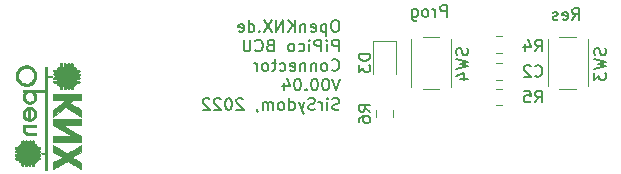
<source format=gbr>
G04 #@! TF.GenerationSoftware,KiCad,Pcbnew,(5.1.4)-1*
G04 #@! TF.CreationDate,2022-10-10T22:46:15+02:00*
G04 #@! TF.ProjectId,PiPico_BCU_Connector,50695069-636f-45f4-9243-555f436f6e6e,V00.04*
G04 #@! TF.SameCoordinates,Original*
G04 #@! TF.FileFunction,Legend,Bot*
G04 #@! TF.FilePolarity,Positive*
%FSLAX46Y46*%
G04 Gerber Fmt 4.6, Leading zero omitted, Abs format (unit mm)*
G04 Created by KiCad (PCBNEW (5.1.4)-1) date 2022-10-10 22:46:15*
%MOMM*%
%LPD*%
G04 APERTURE LIST*
%ADD10C,0.150000*%
%ADD11C,0.010000*%
%ADD12C,0.120000*%
G04 APERTURE END LIST*
D10*
X174860928Y-77559380D02*
X174670452Y-77559380D01*
X174575214Y-77607000D01*
X174479976Y-77702238D01*
X174432357Y-77892714D01*
X174432357Y-78226047D01*
X174479976Y-78416523D01*
X174575214Y-78511761D01*
X174670452Y-78559380D01*
X174860928Y-78559380D01*
X174956166Y-78511761D01*
X175051404Y-78416523D01*
X175099023Y-78226047D01*
X175099023Y-77892714D01*
X175051404Y-77702238D01*
X174956166Y-77607000D01*
X174860928Y-77559380D01*
X174003785Y-77892714D02*
X174003785Y-78892714D01*
X174003785Y-77940333D02*
X173908547Y-77892714D01*
X173718071Y-77892714D01*
X173622833Y-77940333D01*
X173575214Y-77987952D01*
X173527595Y-78083190D01*
X173527595Y-78368904D01*
X173575214Y-78464142D01*
X173622833Y-78511761D01*
X173718071Y-78559380D01*
X173908547Y-78559380D01*
X174003785Y-78511761D01*
X172718071Y-78511761D02*
X172813309Y-78559380D01*
X173003785Y-78559380D01*
X173099023Y-78511761D01*
X173146642Y-78416523D01*
X173146642Y-78035571D01*
X173099023Y-77940333D01*
X173003785Y-77892714D01*
X172813309Y-77892714D01*
X172718071Y-77940333D01*
X172670452Y-78035571D01*
X172670452Y-78130809D01*
X173146642Y-78226047D01*
X172241880Y-77892714D02*
X172241880Y-78559380D01*
X172241880Y-77987952D02*
X172194261Y-77940333D01*
X172099023Y-77892714D01*
X171956166Y-77892714D01*
X171860928Y-77940333D01*
X171813309Y-78035571D01*
X171813309Y-78559380D01*
X171337119Y-78559380D02*
X171337119Y-77559380D01*
X170765690Y-78559380D02*
X171194261Y-77987952D01*
X170765690Y-77559380D02*
X171337119Y-78130809D01*
X170337119Y-78559380D02*
X170337119Y-77559380D01*
X169765690Y-78559380D01*
X169765690Y-77559380D01*
X169384738Y-77559380D02*
X168718071Y-78559380D01*
X168718071Y-77559380D02*
X169384738Y-78559380D01*
X168337119Y-78464142D02*
X168289500Y-78511761D01*
X168337119Y-78559380D01*
X168384738Y-78511761D01*
X168337119Y-78464142D01*
X168337119Y-78559380D01*
X167432357Y-78559380D02*
X167432357Y-77559380D01*
X167432357Y-78511761D02*
X167527595Y-78559380D01*
X167718071Y-78559380D01*
X167813309Y-78511761D01*
X167860928Y-78464142D01*
X167908547Y-78368904D01*
X167908547Y-78083190D01*
X167860928Y-77987952D01*
X167813309Y-77940333D01*
X167718071Y-77892714D01*
X167527595Y-77892714D01*
X167432357Y-77940333D01*
X166575214Y-78511761D02*
X166670452Y-78559380D01*
X166860928Y-78559380D01*
X166956166Y-78511761D01*
X167003785Y-78416523D01*
X167003785Y-78035571D01*
X166956166Y-77940333D01*
X166860928Y-77892714D01*
X166670452Y-77892714D01*
X166575214Y-77940333D01*
X166527595Y-78035571D01*
X166527595Y-78130809D01*
X167003785Y-78226047D01*
X175051404Y-80209380D02*
X175051404Y-79209380D01*
X174670452Y-79209380D01*
X174575214Y-79257000D01*
X174527595Y-79304619D01*
X174479976Y-79399857D01*
X174479976Y-79542714D01*
X174527595Y-79637952D01*
X174575214Y-79685571D01*
X174670452Y-79733190D01*
X175051404Y-79733190D01*
X174051404Y-80209380D02*
X174051404Y-79542714D01*
X174051404Y-79209380D02*
X174099023Y-79257000D01*
X174051404Y-79304619D01*
X174003785Y-79257000D01*
X174051404Y-79209380D01*
X174051404Y-79304619D01*
X173575214Y-80209380D02*
X173575214Y-79209380D01*
X173194261Y-79209380D01*
X173099023Y-79257000D01*
X173051404Y-79304619D01*
X173003785Y-79399857D01*
X173003785Y-79542714D01*
X173051404Y-79637952D01*
X173099023Y-79685571D01*
X173194261Y-79733190D01*
X173575214Y-79733190D01*
X172575214Y-80209380D02*
X172575214Y-79542714D01*
X172575214Y-79209380D02*
X172622833Y-79257000D01*
X172575214Y-79304619D01*
X172527595Y-79257000D01*
X172575214Y-79209380D01*
X172575214Y-79304619D01*
X171670452Y-80161761D02*
X171765690Y-80209380D01*
X171956166Y-80209380D01*
X172051404Y-80161761D01*
X172099023Y-80114142D01*
X172146642Y-80018904D01*
X172146642Y-79733190D01*
X172099023Y-79637952D01*
X172051404Y-79590333D01*
X171956166Y-79542714D01*
X171765690Y-79542714D01*
X171670452Y-79590333D01*
X171099023Y-80209380D02*
X171194261Y-80161761D01*
X171241880Y-80114142D01*
X171289500Y-80018904D01*
X171289500Y-79733190D01*
X171241880Y-79637952D01*
X171194261Y-79590333D01*
X171099023Y-79542714D01*
X170956166Y-79542714D01*
X170860928Y-79590333D01*
X170813309Y-79637952D01*
X170765690Y-79733190D01*
X170765690Y-80018904D01*
X170813309Y-80114142D01*
X170860928Y-80161761D01*
X170956166Y-80209380D01*
X171099023Y-80209380D01*
X169241880Y-79685571D02*
X169099023Y-79733190D01*
X169051404Y-79780809D01*
X169003785Y-79876047D01*
X169003785Y-80018904D01*
X169051404Y-80114142D01*
X169099023Y-80161761D01*
X169194261Y-80209380D01*
X169575214Y-80209380D01*
X169575214Y-79209380D01*
X169241880Y-79209380D01*
X169146642Y-79257000D01*
X169099023Y-79304619D01*
X169051404Y-79399857D01*
X169051404Y-79495095D01*
X169099023Y-79590333D01*
X169146642Y-79637952D01*
X169241880Y-79685571D01*
X169575214Y-79685571D01*
X168003785Y-80114142D02*
X168051404Y-80161761D01*
X168194261Y-80209380D01*
X168289500Y-80209380D01*
X168432357Y-80161761D01*
X168527595Y-80066523D01*
X168575214Y-79971285D01*
X168622833Y-79780809D01*
X168622833Y-79637952D01*
X168575214Y-79447476D01*
X168527595Y-79352238D01*
X168432357Y-79257000D01*
X168289500Y-79209380D01*
X168194261Y-79209380D01*
X168051404Y-79257000D01*
X168003785Y-79304619D01*
X167575214Y-79209380D02*
X167575214Y-80018904D01*
X167527595Y-80114142D01*
X167479976Y-80161761D01*
X167384738Y-80209380D01*
X167194261Y-80209380D01*
X167099023Y-80161761D01*
X167051404Y-80114142D01*
X167003785Y-80018904D01*
X167003785Y-79209380D01*
X174479976Y-81764142D02*
X174527595Y-81811761D01*
X174670452Y-81859380D01*
X174765690Y-81859380D01*
X174908547Y-81811761D01*
X175003785Y-81716523D01*
X175051404Y-81621285D01*
X175099023Y-81430809D01*
X175099023Y-81287952D01*
X175051404Y-81097476D01*
X175003785Y-81002238D01*
X174908547Y-80907000D01*
X174765690Y-80859380D01*
X174670452Y-80859380D01*
X174527595Y-80907000D01*
X174479976Y-80954619D01*
X173908547Y-81859380D02*
X174003785Y-81811761D01*
X174051404Y-81764142D01*
X174099023Y-81668904D01*
X174099023Y-81383190D01*
X174051404Y-81287952D01*
X174003785Y-81240333D01*
X173908547Y-81192714D01*
X173765690Y-81192714D01*
X173670452Y-81240333D01*
X173622833Y-81287952D01*
X173575214Y-81383190D01*
X173575214Y-81668904D01*
X173622833Y-81764142D01*
X173670452Y-81811761D01*
X173765690Y-81859380D01*
X173908547Y-81859380D01*
X173146642Y-81192714D02*
X173146642Y-81859380D01*
X173146642Y-81287952D02*
X173099023Y-81240333D01*
X173003785Y-81192714D01*
X172860928Y-81192714D01*
X172765690Y-81240333D01*
X172718071Y-81335571D01*
X172718071Y-81859380D01*
X172241880Y-81192714D02*
X172241880Y-81859380D01*
X172241880Y-81287952D02*
X172194261Y-81240333D01*
X172099023Y-81192714D01*
X171956166Y-81192714D01*
X171860928Y-81240333D01*
X171813309Y-81335571D01*
X171813309Y-81859380D01*
X170956166Y-81811761D02*
X171051404Y-81859380D01*
X171241880Y-81859380D01*
X171337119Y-81811761D01*
X171384738Y-81716523D01*
X171384738Y-81335571D01*
X171337119Y-81240333D01*
X171241880Y-81192714D01*
X171051404Y-81192714D01*
X170956166Y-81240333D01*
X170908547Y-81335571D01*
X170908547Y-81430809D01*
X171384738Y-81526047D01*
X170051404Y-81811761D02*
X170146642Y-81859380D01*
X170337119Y-81859380D01*
X170432357Y-81811761D01*
X170479976Y-81764142D01*
X170527595Y-81668904D01*
X170527595Y-81383190D01*
X170479976Y-81287952D01*
X170432357Y-81240333D01*
X170337119Y-81192714D01*
X170146642Y-81192714D01*
X170051404Y-81240333D01*
X169765690Y-81192714D02*
X169384738Y-81192714D01*
X169622833Y-80859380D02*
X169622833Y-81716523D01*
X169575214Y-81811761D01*
X169479976Y-81859380D01*
X169384738Y-81859380D01*
X168908547Y-81859380D02*
X169003785Y-81811761D01*
X169051404Y-81764142D01*
X169099023Y-81668904D01*
X169099023Y-81383190D01*
X169051404Y-81287952D01*
X169003785Y-81240333D01*
X168908547Y-81192714D01*
X168765690Y-81192714D01*
X168670452Y-81240333D01*
X168622833Y-81287952D01*
X168575214Y-81383190D01*
X168575214Y-81668904D01*
X168622833Y-81764142D01*
X168670452Y-81811761D01*
X168765690Y-81859380D01*
X168908547Y-81859380D01*
X168146642Y-81859380D02*
X168146642Y-81192714D01*
X168146642Y-81383190D02*
X168099023Y-81287952D01*
X168051404Y-81240333D01*
X167956166Y-81192714D01*
X167860928Y-81192714D01*
X175194261Y-82509380D02*
X174860928Y-83509380D01*
X174527595Y-82509380D01*
X174003785Y-82509380D02*
X173908547Y-82509380D01*
X173813309Y-82557000D01*
X173765690Y-82604619D01*
X173718071Y-82699857D01*
X173670452Y-82890333D01*
X173670452Y-83128428D01*
X173718071Y-83318904D01*
X173765690Y-83414142D01*
X173813309Y-83461761D01*
X173908547Y-83509380D01*
X174003785Y-83509380D01*
X174099023Y-83461761D01*
X174146642Y-83414142D01*
X174194261Y-83318904D01*
X174241880Y-83128428D01*
X174241880Y-82890333D01*
X174194261Y-82699857D01*
X174146642Y-82604619D01*
X174099023Y-82557000D01*
X174003785Y-82509380D01*
X173051404Y-82509380D02*
X172956166Y-82509380D01*
X172860928Y-82557000D01*
X172813309Y-82604619D01*
X172765690Y-82699857D01*
X172718071Y-82890333D01*
X172718071Y-83128428D01*
X172765690Y-83318904D01*
X172813309Y-83414142D01*
X172860928Y-83461761D01*
X172956166Y-83509380D01*
X173051404Y-83509380D01*
X173146642Y-83461761D01*
X173194261Y-83414142D01*
X173241880Y-83318904D01*
X173289500Y-83128428D01*
X173289500Y-82890333D01*
X173241880Y-82699857D01*
X173194261Y-82604619D01*
X173146642Y-82557000D01*
X173051404Y-82509380D01*
X172289500Y-83414142D02*
X172241880Y-83461761D01*
X172289500Y-83509380D01*
X172337119Y-83461761D01*
X172289500Y-83414142D01*
X172289500Y-83509380D01*
X171622833Y-82509380D02*
X171527595Y-82509380D01*
X171432357Y-82557000D01*
X171384738Y-82604619D01*
X171337119Y-82699857D01*
X171289500Y-82890333D01*
X171289500Y-83128428D01*
X171337119Y-83318904D01*
X171384738Y-83414142D01*
X171432357Y-83461761D01*
X171527595Y-83509380D01*
X171622833Y-83509380D01*
X171718071Y-83461761D01*
X171765690Y-83414142D01*
X171813309Y-83318904D01*
X171860928Y-83128428D01*
X171860928Y-82890333D01*
X171813309Y-82699857D01*
X171765690Y-82604619D01*
X171718071Y-82557000D01*
X171622833Y-82509380D01*
X170432357Y-82842714D02*
X170432357Y-83509380D01*
X170670452Y-82461761D02*
X170908547Y-83176047D01*
X170289500Y-83176047D01*
X175099023Y-85111761D02*
X174956166Y-85159380D01*
X174718071Y-85159380D01*
X174622833Y-85111761D01*
X174575214Y-85064142D01*
X174527595Y-84968904D01*
X174527595Y-84873666D01*
X174575214Y-84778428D01*
X174622833Y-84730809D01*
X174718071Y-84683190D01*
X174908547Y-84635571D01*
X175003785Y-84587952D01*
X175051404Y-84540333D01*
X175099023Y-84445095D01*
X175099023Y-84349857D01*
X175051404Y-84254619D01*
X175003785Y-84207000D01*
X174908547Y-84159380D01*
X174670452Y-84159380D01*
X174527595Y-84207000D01*
X174099023Y-85159380D02*
X174099023Y-84492714D01*
X174099023Y-84159380D02*
X174146642Y-84207000D01*
X174099023Y-84254619D01*
X174051404Y-84207000D01*
X174099023Y-84159380D01*
X174099023Y-84254619D01*
X173622833Y-85159380D02*
X173622833Y-84492714D01*
X173622833Y-84683190D02*
X173575214Y-84587952D01*
X173527595Y-84540333D01*
X173432357Y-84492714D01*
X173337119Y-84492714D01*
X173051404Y-85111761D02*
X172908547Y-85159380D01*
X172670452Y-85159380D01*
X172575214Y-85111761D01*
X172527595Y-85064142D01*
X172479976Y-84968904D01*
X172479976Y-84873666D01*
X172527595Y-84778428D01*
X172575214Y-84730809D01*
X172670452Y-84683190D01*
X172860928Y-84635571D01*
X172956166Y-84587952D01*
X173003785Y-84540333D01*
X173051404Y-84445095D01*
X173051404Y-84349857D01*
X173003785Y-84254619D01*
X172956166Y-84207000D01*
X172860928Y-84159380D01*
X172622833Y-84159380D01*
X172479976Y-84207000D01*
X172146642Y-84492714D02*
X171908547Y-85159380D01*
X171670452Y-84492714D02*
X171908547Y-85159380D01*
X172003785Y-85397476D01*
X172051404Y-85445095D01*
X172146642Y-85492714D01*
X170860928Y-85159380D02*
X170860928Y-84159380D01*
X170860928Y-85111761D02*
X170956166Y-85159380D01*
X171146642Y-85159380D01*
X171241880Y-85111761D01*
X171289500Y-85064142D01*
X171337119Y-84968904D01*
X171337119Y-84683190D01*
X171289500Y-84587952D01*
X171241880Y-84540333D01*
X171146642Y-84492714D01*
X170956166Y-84492714D01*
X170860928Y-84540333D01*
X170241880Y-85159380D02*
X170337119Y-85111761D01*
X170384738Y-85064142D01*
X170432357Y-84968904D01*
X170432357Y-84683190D01*
X170384738Y-84587952D01*
X170337119Y-84540333D01*
X170241880Y-84492714D01*
X170099023Y-84492714D01*
X170003785Y-84540333D01*
X169956166Y-84587952D01*
X169908547Y-84683190D01*
X169908547Y-84968904D01*
X169956166Y-85064142D01*
X170003785Y-85111761D01*
X170099023Y-85159380D01*
X170241880Y-85159380D01*
X169479976Y-85159380D02*
X169479976Y-84492714D01*
X169479976Y-84587952D02*
X169432357Y-84540333D01*
X169337119Y-84492714D01*
X169194261Y-84492714D01*
X169099023Y-84540333D01*
X169051404Y-84635571D01*
X169051404Y-85159380D01*
X169051404Y-84635571D02*
X169003785Y-84540333D01*
X168908547Y-84492714D01*
X168765690Y-84492714D01*
X168670452Y-84540333D01*
X168622833Y-84635571D01*
X168622833Y-85159380D01*
X168099023Y-85111761D02*
X168099023Y-85159380D01*
X168146642Y-85254619D01*
X168194261Y-85302238D01*
X166956166Y-84254619D02*
X166908547Y-84207000D01*
X166813309Y-84159380D01*
X166575214Y-84159380D01*
X166479976Y-84207000D01*
X166432357Y-84254619D01*
X166384738Y-84349857D01*
X166384738Y-84445095D01*
X166432357Y-84587952D01*
X167003785Y-85159380D01*
X166384738Y-85159380D01*
X165765690Y-84159380D02*
X165670452Y-84159380D01*
X165575214Y-84207000D01*
X165527595Y-84254619D01*
X165479976Y-84349857D01*
X165432357Y-84540333D01*
X165432357Y-84778428D01*
X165479976Y-84968904D01*
X165527595Y-85064142D01*
X165575214Y-85111761D01*
X165670452Y-85159380D01*
X165765690Y-85159380D01*
X165860928Y-85111761D01*
X165908547Y-85064142D01*
X165956166Y-84968904D01*
X166003785Y-84778428D01*
X166003785Y-84540333D01*
X165956166Y-84349857D01*
X165908547Y-84254619D01*
X165860928Y-84207000D01*
X165765690Y-84159380D01*
X165051404Y-84254619D02*
X165003785Y-84207000D01*
X164908547Y-84159380D01*
X164670452Y-84159380D01*
X164575214Y-84207000D01*
X164527595Y-84254619D01*
X164479976Y-84349857D01*
X164479976Y-84445095D01*
X164527595Y-84587952D01*
X165099023Y-85159380D01*
X164479976Y-85159380D01*
X164099023Y-84254619D02*
X164051404Y-84207000D01*
X163956166Y-84159380D01*
X163718071Y-84159380D01*
X163622833Y-84207000D01*
X163575214Y-84254619D01*
X163527595Y-84349857D01*
X163527595Y-84445095D01*
X163575214Y-84587952D01*
X164146642Y-85159380D01*
X163527595Y-85159380D01*
D11*
G36*
X148298360Y-86881976D02*
G01*
X148327569Y-87008927D01*
X148392416Y-87113134D01*
X148493174Y-87194992D01*
X148529235Y-87214649D01*
X148569797Y-87234079D01*
X148606945Y-87248352D01*
X148647972Y-87258261D01*
X148700174Y-87264601D01*
X148770842Y-87268167D01*
X148867272Y-87269754D01*
X148996757Y-87270158D01*
X149038656Y-87270167D01*
X149436667Y-87270167D01*
X149436667Y-87100834D01*
X149082125Y-87100715D01*
X148922778Y-87099391D01*
X148799537Y-87094822D01*
X148706231Y-87085938D01*
X148636690Y-87071664D01*
X148584743Y-87050931D01*
X148544217Y-87022664D01*
X148524928Y-87003910D01*
X148487579Y-86938071D01*
X148471279Y-86853235D01*
X148476485Y-86766043D01*
X148503656Y-86693132D01*
X148515917Y-86676801D01*
X148552577Y-86641197D01*
X148594669Y-86614502D01*
X148648603Y-86595488D01*
X148720793Y-86582930D01*
X148817649Y-86575600D01*
X148945585Y-86572273D01*
X149065570Y-86571667D01*
X149436667Y-86571667D01*
X149436667Y-86402334D01*
X148314834Y-86402334D01*
X148314834Y-86487000D01*
X148319622Y-86544828D01*
X148336137Y-86569337D01*
X148348347Y-86571667D01*
X148373180Y-86579500D01*
X148373690Y-86587542D01*
X148327422Y-86686741D01*
X148302948Y-86767268D01*
X148296426Y-86844140D01*
X148298360Y-86881976D01*
X148298360Y-86881976D01*
G37*
X148298360Y-86881976D02*
X148327569Y-87008927D01*
X148392416Y-87113134D01*
X148493174Y-87194992D01*
X148529235Y-87214649D01*
X148569797Y-87234079D01*
X148606945Y-87248352D01*
X148647972Y-87258261D01*
X148700174Y-87264601D01*
X148770842Y-87268167D01*
X148867272Y-87269754D01*
X148996757Y-87270158D01*
X149038656Y-87270167D01*
X149436667Y-87270167D01*
X149436667Y-87100834D01*
X149082125Y-87100715D01*
X148922778Y-87099391D01*
X148799537Y-87094822D01*
X148706231Y-87085938D01*
X148636690Y-87071664D01*
X148584743Y-87050931D01*
X148544217Y-87022664D01*
X148524928Y-87003910D01*
X148487579Y-86938071D01*
X148471279Y-86853235D01*
X148476485Y-86766043D01*
X148503656Y-86693132D01*
X148515917Y-86676801D01*
X148552577Y-86641197D01*
X148594669Y-86614502D01*
X148648603Y-86595488D01*
X148720793Y-86582930D01*
X148817649Y-86575600D01*
X148945585Y-86572273D01*
X149065570Y-86571667D01*
X149436667Y-86571667D01*
X149436667Y-86402334D01*
X148314834Y-86402334D01*
X148314834Y-86487000D01*
X148319622Y-86544828D01*
X148336137Y-86569337D01*
X148348347Y-86571667D01*
X148373180Y-86579500D01*
X148373690Y-86587542D01*
X148327422Y-86686741D01*
X148302948Y-86767268D01*
X148296426Y-86844140D01*
X148298360Y-86881976D01*
G36*
X148314923Y-85652293D02*
G01*
X148367064Y-85778889D01*
X148444999Y-85890193D01*
X148545251Y-85979954D01*
X148664346Y-86041923D01*
X148798808Y-86069848D01*
X148807815Y-86070328D01*
X148896917Y-86074250D01*
X148902605Y-85579559D01*
X148908293Y-85084867D01*
X148976603Y-85098529D01*
X149054081Y-85129618D01*
X149135219Y-85186783D01*
X149204788Y-85258218D01*
X149230223Y-85295166D01*
X149256632Y-85357031D01*
X149276889Y-85433441D01*
X149280420Y-85454736D01*
X149277186Y-85557053D01*
X149245373Y-85662351D01*
X149191341Y-85756534D01*
X149121451Y-85825506D01*
X149109740Y-85832956D01*
X149061707Y-85866097D01*
X149040042Y-85901592D01*
X149034557Y-85957917D01*
X149034500Y-85969407D01*
X149034500Y-86061465D01*
X149103292Y-86037485D01*
X149176655Y-85996864D01*
X149256466Y-85929097D01*
X149331986Y-85845725D01*
X149392477Y-85758291D01*
X149422352Y-85694592D01*
X149452040Y-85557726D01*
X149451456Y-85420534D01*
X149428611Y-85320342D01*
X149356551Y-85171605D01*
X149259311Y-85056592D01*
X149138079Y-84976153D01*
X148994039Y-84931136D01*
X148871138Y-84921132D01*
X148738167Y-84937367D01*
X148738167Y-85110080D01*
X148738167Y-85491623D01*
X148737219Y-85613423D01*
X148734585Y-85719142D01*
X148730582Y-85802106D01*
X148725523Y-85855640D01*
X148720130Y-85873167D01*
X148676362Y-85857093D01*
X148620834Y-85815661D01*
X148564780Y-85759060D01*
X148519435Y-85697475D01*
X148512202Y-85684629D01*
X148472318Y-85567105D01*
X148469964Y-85446196D01*
X148502436Y-85330676D01*
X148567029Y-85229316D01*
X148661041Y-85150889D01*
X148679959Y-85140362D01*
X148738167Y-85110080D01*
X148738167Y-84937367D01*
X148711885Y-84940577D01*
X148572631Y-84996897D01*
X148455624Y-85088707D01*
X148363118Y-85214619D01*
X148348007Y-85243266D01*
X148301919Y-85378231D01*
X148292049Y-85516657D01*
X148314923Y-85652293D01*
X148314923Y-85652293D01*
G37*
X148314923Y-85652293D02*
X148367064Y-85778889D01*
X148444999Y-85890193D01*
X148545251Y-85979954D01*
X148664346Y-86041923D01*
X148798808Y-86069848D01*
X148807815Y-86070328D01*
X148896917Y-86074250D01*
X148902605Y-85579559D01*
X148908293Y-85084867D01*
X148976603Y-85098529D01*
X149054081Y-85129618D01*
X149135219Y-85186783D01*
X149204788Y-85258218D01*
X149230223Y-85295166D01*
X149256632Y-85357031D01*
X149276889Y-85433441D01*
X149280420Y-85454736D01*
X149277186Y-85557053D01*
X149245373Y-85662351D01*
X149191341Y-85756534D01*
X149121451Y-85825506D01*
X149109740Y-85832956D01*
X149061707Y-85866097D01*
X149040042Y-85901592D01*
X149034557Y-85957917D01*
X149034500Y-85969407D01*
X149034500Y-86061465D01*
X149103292Y-86037485D01*
X149176655Y-85996864D01*
X149256466Y-85929097D01*
X149331986Y-85845725D01*
X149392477Y-85758291D01*
X149422352Y-85694592D01*
X149452040Y-85557726D01*
X149451456Y-85420534D01*
X149428611Y-85320342D01*
X149356551Y-85171605D01*
X149259311Y-85056592D01*
X149138079Y-84976153D01*
X148994039Y-84931136D01*
X148871138Y-84921132D01*
X148738167Y-84937367D01*
X148738167Y-85110080D01*
X148738167Y-85491623D01*
X148737219Y-85613423D01*
X148734585Y-85719142D01*
X148730582Y-85802106D01*
X148725523Y-85855640D01*
X148720130Y-85873167D01*
X148676362Y-85857093D01*
X148620834Y-85815661D01*
X148564780Y-85759060D01*
X148519435Y-85697475D01*
X148512202Y-85684629D01*
X148472318Y-85567105D01*
X148469964Y-85446196D01*
X148502436Y-85330676D01*
X148567029Y-85229316D01*
X148661041Y-85150889D01*
X148679959Y-85140362D01*
X148738167Y-85110080D01*
X148738167Y-84937367D01*
X148711885Y-84940577D01*
X148572631Y-84996897D01*
X148455624Y-85088707D01*
X148363118Y-85214619D01*
X148348007Y-85243266D01*
X148301919Y-85378231D01*
X148292049Y-85516657D01*
X148314923Y-85652293D01*
G36*
X147732817Y-82377140D02*
G01*
X147767057Y-82533932D01*
X147831487Y-82682875D01*
X147926840Y-82819266D01*
X148053850Y-82938403D01*
X148203993Y-83031069D01*
X148278482Y-83066856D01*
X148336649Y-83089957D01*
X148391895Y-83103142D01*
X148457615Y-83109183D01*
X148547210Y-83110852D01*
X148590000Y-83110917D01*
X148692091Y-83110178D01*
X148765250Y-83106112D01*
X148822875Y-83095950D01*
X148878365Y-83076918D01*
X148945118Y-83046245D01*
X148976007Y-83031069D01*
X149135180Y-82930028D01*
X149265335Y-82801284D01*
X149363993Y-82650114D01*
X149428678Y-82481796D01*
X149456910Y-82301608D01*
X149446211Y-82114828D01*
X149434290Y-82055076D01*
X149374862Y-81889782D01*
X149281554Y-81741654D01*
X149160299Y-81614644D01*
X149017031Y-81512704D01*
X148857683Y-81439787D01*
X148688189Y-81399845D01*
X148539947Y-81397274D01*
X148539947Y-81576888D01*
X148695643Y-81583489D01*
X148830445Y-81619373D01*
X148970359Y-81692704D01*
X149090485Y-81797010D01*
X149184600Y-81924583D01*
X149246476Y-82067715D01*
X149265584Y-82158205D01*
X149270144Y-82273271D01*
X149258386Y-82394537D01*
X149232777Y-82503907D01*
X149211123Y-82557615D01*
X149120562Y-82693680D01*
X149003655Y-82803772D01*
X148867267Y-82884731D01*
X148718266Y-82933400D01*
X148563518Y-82946619D01*
X148416456Y-82923180D01*
X148269036Y-82861634D01*
X148138418Y-82770788D01*
X148031794Y-82657526D01*
X147956354Y-82528731D01*
X147932339Y-82459782D01*
X147907265Y-82294945D01*
X147919412Y-82137852D01*
X147964603Y-81992413D01*
X148038657Y-81862538D01*
X148137398Y-81752138D01*
X148256645Y-81665123D01*
X148392221Y-81605403D01*
X148539947Y-81576888D01*
X148539947Y-81397274D01*
X148514483Y-81396832D01*
X148457708Y-81404534D01*
X148276836Y-81454830D01*
X148120286Y-81534896D01*
X147988791Y-81640031D01*
X147883084Y-81765531D01*
X147803900Y-81906695D01*
X147751972Y-82058819D01*
X147728033Y-82217202D01*
X147732817Y-82377140D01*
X147732817Y-82377140D01*
G37*
X147732817Y-82377140D02*
X147767057Y-82533932D01*
X147831487Y-82682875D01*
X147926840Y-82819266D01*
X148053850Y-82938403D01*
X148203993Y-83031069D01*
X148278482Y-83066856D01*
X148336649Y-83089957D01*
X148391895Y-83103142D01*
X148457615Y-83109183D01*
X148547210Y-83110852D01*
X148590000Y-83110917D01*
X148692091Y-83110178D01*
X148765250Y-83106112D01*
X148822875Y-83095950D01*
X148878365Y-83076918D01*
X148945118Y-83046245D01*
X148976007Y-83031069D01*
X149135180Y-82930028D01*
X149265335Y-82801284D01*
X149363993Y-82650114D01*
X149428678Y-82481796D01*
X149456910Y-82301608D01*
X149446211Y-82114828D01*
X149434290Y-82055076D01*
X149374862Y-81889782D01*
X149281554Y-81741654D01*
X149160299Y-81614644D01*
X149017031Y-81512704D01*
X148857683Y-81439787D01*
X148688189Y-81399845D01*
X148539947Y-81397274D01*
X148539947Y-81576888D01*
X148695643Y-81583489D01*
X148830445Y-81619373D01*
X148970359Y-81692704D01*
X149090485Y-81797010D01*
X149184600Y-81924583D01*
X149246476Y-82067715D01*
X149265584Y-82158205D01*
X149270144Y-82273271D01*
X149258386Y-82394537D01*
X149232777Y-82503907D01*
X149211123Y-82557615D01*
X149120562Y-82693680D01*
X149003655Y-82803772D01*
X148867267Y-82884731D01*
X148718266Y-82933400D01*
X148563518Y-82946619D01*
X148416456Y-82923180D01*
X148269036Y-82861634D01*
X148138418Y-82770788D01*
X148031794Y-82657526D01*
X147956354Y-82528731D01*
X147932339Y-82459782D01*
X147907265Y-82294945D01*
X147919412Y-82137852D01*
X147964603Y-81992413D01*
X148038657Y-81862538D01*
X148137398Y-81752138D01*
X148256645Y-81665123D01*
X148392221Y-81605403D01*
X148539947Y-81576888D01*
X148539947Y-81397274D01*
X148514483Y-81396832D01*
X148457708Y-81404534D01*
X148276836Y-81454830D01*
X148120286Y-81534896D01*
X147988791Y-81640031D01*
X147883084Y-81765531D01*
X147803900Y-81906695D01*
X147751972Y-82058819D01*
X147728033Y-82217202D01*
X147732817Y-82377140D01*
G36*
X147643146Y-89315396D02*
G01*
X147665827Y-89347892D01*
X147714158Y-89362560D01*
X147785286Y-89365667D01*
X147854132Y-89366774D01*
X147891976Y-89373871D01*
X147910146Y-89392617D01*
X147919972Y-89428672D01*
X147920930Y-89433441D01*
X147958414Y-89521096D01*
X148026703Y-89583597D01*
X148107232Y-89612189D01*
X148187834Y-89625077D01*
X148187834Y-89734555D01*
X148195034Y-89820632D01*
X148218722Y-89871801D01*
X148262025Y-89893327D01*
X148283084Y-89894834D01*
X148333835Y-89882966D01*
X148364166Y-89843761D01*
X148377233Y-89771816D01*
X148378334Y-89731850D01*
X148379831Y-89666702D01*
X148387639Y-89633326D01*
X148406728Y-89621182D01*
X148431250Y-89619667D01*
X148463730Y-89623539D01*
X148479233Y-89642671D01*
X148483931Y-89688334D01*
X148484167Y-89716308D01*
X148493334Y-89812721D01*
X148521147Y-89871816D01*
X148568079Y-89894509D01*
X148575928Y-89894834D01*
X148628211Y-89883690D01*
X148659477Y-89846390D01*
X148673242Y-89777127D01*
X148674667Y-89731850D01*
X148676165Y-89666702D01*
X148683972Y-89633326D01*
X148703061Y-89621182D01*
X148727584Y-89619667D01*
X148758314Y-89622842D01*
X148774057Y-89639394D01*
X148779786Y-89679863D01*
X148780500Y-89731850D01*
X148787436Y-89818692D01*
X148810348Y-89870591D01*
X148852393Y-89892950D01*
X148875750Y-89894834D01*
X148926502Y-89882966D01*
X148956832Y-89843761D01*
X148969899Y-89771816D01*
X148971000Y-89731850D01*
X148972595Y-89666619D01*
X148980517Y-89633195D01*
X148999470Y-89621084D01*
X149021296Y-89619667D01*
X149050365Y-89623672D01*
X149066998Y-89642454D01*
X149076350Y-89686166D01*
X149081407Y-89738032D01*
X149094051Y-89820907D01*
X149118704Y-89869456D01*
X149160959Y-89891198D01*
X149197797Y-89894509D01*
X149247124Y-89876355D01*
X149277286Y-89820891D01*
X149288426Y-89727835D01*
X149288500Y-89717735D01*
X149291906Y-89656361D01*
X149305860Y-89624126D01*
X149335966Y-89608125D01*
X149336125Y-89608077D01*
X149414150Y-89564426D01*
X149471086Y-89493842D01*
X149491615Y-89436365D01*
X149500931Y-89396440D01*
X149517200Y-89375363D01*
X149551808Y-89367113D01*
X149616141Y-89365669D01*
X149625289Y-89365667D01*
X149715931Y-89358990D01*
X149770819Y-89337371D01*
X149794629Y-89298422D01*
X149796500Y-89278279D01*
X149778115Y-89223065D01*
X149722949Y-89188767D01*
X149630985Y-89175374D01*
X149615072Y-89175167D01*
X149548939Y-89173751D01*
X149514700Y-89166302D01*
X149501929Y-89148021D01*
X149500167Y-89122250D01*
X149502981Y-89092544D01*
X149518160Y-89076726D01*
X149555805Y-89070441D01*
X149622934Y-89069334D01*
X149714197Y-89062860D01*
X149769706Y-89041830D01*
X149794262Y-89003824D01*
X149796500Y-88981945D01*
X149778115Y-88926732D01*
X149722949Y-88892434D01*
X149630985Y-88879041D01*
X149615072Y-88878834D01*
X149548939Y-88877417D01*
X149514700Y-88869969D01*
X149501929Y-88851687D01*
X149500167Y-88825917D01*
X149502843Y-88796629D01*
X149517487Y-88780794D01*
X149554023Y-88774292D01*
X149622373Y-88773002D01*
X149627621Y-88773000D01*
X149699744Y-88771314D01*
X149741647Y-88763372D01*
X149765399Y-88744852D01*
X149779934Y-88718440D01*
X149795135Y-88661538D01*
X149778076Y-88622384D01*
X149725838Y-88598410D01*
X149635502Y-88587049D01*
X149630258Y-88586782D01*
X149558723Y-88582088D01*
X149519722Y-88573910D01*
X149503467Y-88557866D01*
X149500168Y-88529577D01*
X149500167Y-88528573D01*
X149503446Y-88498512D01*
X149520272Y-88483053D01*
X149561130Y-88477385D01*
X149613303Y-88476667D01*
X149693789Y-88471198D01*
X149744131Y-88452876D01*
X149761470Y-88437958D01*
X149793272Y-88381919D01*
X149783167Y-88331111D01*
X149749457Y-88297950D01*
X149698704Y-88277341D01*
X149628646Y-88265886D01*
X149604641Y-88265000D01*
X149544326Y-88262905D01*
X149511967Y-88250181D01*
X149493196Y-88217167D01*
X149482201Y-88182670D01*
X149445889Y-88110613D01*
X149391245Y-88056967D01*
X149329931Y-88032619D01*
X149320995Y-88032167D01*
X149300694Y-88021543D01*
X149290733Y-87984157D01*
X149288500Y-87926334D01*
X149277704Y-87843873D01*
X149248917Y-87778978D01*
X149207542Y-87741374D01*
X149182667Y-87735834D01*
X149136708Y-87755284D01*
X149100706Y-87807296D01*
X149079904Y-87882363D01*
X149076834Y-87927806D01*
X149075213Y-87990876D01*
X149067208Y-88021607D01*
X149048099Y-88029956D01*
X149029209Y-88028347D01*
X149001805Y-88019658D01*
X148986352Y-87996442D01*
X148978400Y-87948126D01*
X148975241Y-87900057D01*
X148968048Y-87825187D01*
X148953734Y-87781240D01*
X148928466Y-87756931D01*
X148926197Y-87755678D01*
X148882351Y-87744768D01*
X148833956Y-87765294D01*
X148831997Y-87766567D01*
X148801591Y-87792594D01*
X148786087Y-87828183D01*
X148780803Y-87887078D01*
X148780500Y-87917710D01*
X148779159Y-87984508D01*
X148772371Y-88018621D01*
X148755992Y-88029677D01*
X148732875Y-88028347D01*
X148705472Y-88019658D01*
X148690019Y-87996442D01*
X148682067Y-87948126D01*
X148678908Y-87900057D01*
X148671714Y-87825187D01*
X148657400Y-87781240D01*
X148632133Y-87756931D01*
X148629863Y-87755678D01*
X148586018Y-87744768D01*
X148537622Y-87765294D01*
X148535664Y-87766567D01*
X148505076Y-87792844D01*
X148489585Y-87828860D01*
X148484420Y-87888492D01*
X148484167Y-87916238D01*
X148482780Y-87982738D01*
X148475460Y-88017301D01*
X148457468Y-88030307D01*
X148431250Y-88032167D01*
X148400398Y-88028930D01*
X148384616Y-88012163D01*
X148378831Y-87971279D01*
X148378009Y-87921042D01*
X148369845Y-87826247D01*
X148344806Y-87768951D01*
X148301074Y-87747088D01*
X148236830Y-87758593D01*
X148235459Y-87759099D01*
X148208692Y-87773911D01*
X148194317Y-87800462D01*
X148188630Y-87850061D01*
X148187834Y-87904485D01*
X148187834Y-88032167D01*
X148116841Y-88032167D01*
X148039218Y-88051525D01*
X147972012Y-88102463D01*
X147927701Y-88174279D01*
X147920203Y-88200862D01*
X147909330Y-88239537D01*
X147888674Y-88258396D01*
X147845611Y-88264509D01*
X147805700Y-88265000D01*
X147715453Y-88276344D01*
X147659940Y-88310924D01*
X147637981Y-88369560D01*
X147637500Y-88382184D01*
X147654207Y-88432712D01*
X147705532Y-88463764D01*
X147793285Y-88476298D01*
X147816025Y-88476667D01*
X147876079Y-88479354D01*
X147904696Y-88490549D01*
X147912601Y-88514949D01*
X147912667Y-88519000D01*
X147907010Y-88544535D01*
X147883071Y-88557182D01*
X147830392Y-88561184D01*
X147808345Y-88561334D01*
X147717331Y-88572218D01*
X147661187Y-88605632D01*
X147638254Y-88662714D01*
X147637500Y-88678517D01*
X147654207Y-88729045D01*
X147705532Y-88760098D01*
X147793285Y-88772631D01*
X147816025Y-88773000D01*
X147875343Y-88775120D01*
X147903656Y-88785596D01*
X147912235Y-88810599D01*
X147912667Y-88825917D01*
X147909492Y-88856647D01*
X147892940Y-88872391D01*
X147852471Y-88878119D01*
X147800484Y-88878834D01*
X147713642Y-88885769D01*
X147661743Y-88908681D01*
X147639384Y-88950727D01*
X147637500Y-88974084D01*
X147649368Y-89024835D01*
X147688573Y-89055166D01*
X147760518Y-89068233D01*
X147800484Y-89069334D01*
X147865632Y-89070831D01*
X147899008Y-89078639D01*
X147911152Y-89097728D01*
X147912667Y-89122250D01*
X147908794Y-89154730D01*
X147889663Y-89170233D01*
X147844000Y-89174931D01*
X147816025Y-89175167D01*
X147720746Y-89184239D01*
X147660623Y-89210824D01*
X147637674Y-89253977D01*
X147637500Y-89258847D01*
X147643146Y-89315396D01*
X147643146Y-89315396D01*
G37*
X147643146Y-89315396D02*
X147665827Y-89347892D01*
X147714158Y-89362560D01*
X147785286Y-89365667D01*
X147854132Y-89366774D01*
X147891976Y-89373871D01*
X147910146Y-89392617D01*
X147919972Y-89428672D01*
X147920930Y-89433441D01*
X147958414Y-89521096D01*
X148026703Y-89583597D01*
X148107232Y-89612189D01*
X148187834Y-89625077D01*
X148187834Y-89734555D01*
X148195034Y-89820632D01*
X148218722Y-89871801D01*
X148262025Y-89893327D01*
X148283084Y-89894834D01*
X148333835Y-89882966D01*
X148364166Y-89843761D01*
X148377233Y-89771816D01*
X148378334Y-89731850D01*
X148379831Y-89666702D01*
X148387639Y-89633326D01*
X148406728Y-89621182D01*
X148431250Y-89619667D01*
X148463730Y-89623539D01*
X148479233Y-89642671D01*
X148483931Y-89688334D01*
X148484167Y-89716308D01*
X148493334Y-89812721D01*
X148521147Y-89871816D01*
X148568079Y-89894509D01*
X148575928Y-89894834D01*
X148628211Y-89883690D01*
X148659477Y-89846390D01*
X148673242Y-89777127D01*
X148674667Y-89731850D01*
X148676165Y-89666702D01*
X148683972Y-89633326D01*
X148703061Y-89621182D01*
X148727584Y-89619667D01*
X148758314Y-89622842D01*
X148774057Y-89639394D01*
X148779786Y-89679863D01*
X148780500Y-89731850D01*
X148787436Y-89818692D01*
X148810348Y-89870591D01*
X148852393Y-89892950D01*
X148875750Y-89894834D01*
X148926502Y-89882966D01*
X148956832Y-89843761D01*
X148969899Y-89771816D01*
X148971000Y-89731850D01*
X148972595Y-89666619D01*
X148980517Y-89633195D01*
X148999470Y-89621084D01*
X149021296Y-89619667D01*
X149050365Y-89623672D01*
X149066998Y-89642454D01*
X149076350Y-89686166D01*
X149081407Y-89738032D01*
X149094051Y-89820907D01*
X149118704Y-89869456D01*
X149160959Y-89891198D01*
X149197797Y-89894509D01*
X149247124Y-89876355D01*
X149277286Y-89820891D01*
X149288426Y-89727835D01*
X149288500Y-89717735D01*
X149291906Y-89656361D01*
X149305860Y-89624126D01*
X149335966Y-89608125D01*
X149336125Y-89608077D01*
X149414150Y-89564426D01*
X149471086Y-89493842D01*
X149491615Y-89436365D01*
X149500931Y-89396440D01*
X149517200Y-89375363D01*
X149551808Y-89367113D01*
X149616141Y-89365669D01*
X149625289Y-89365667D01*
X149715931Y-89358990D01*
X149770819Y-89337371D01*
X149794629Y-89298422D01*
X149796500Y-89278279D01*
X149778115Y-89223065D01*
X149722949Y-89188767D01*
X149630985Y-89175374D01*
X149615072Y-89175167D01*
X149548939Y-89173751D01*
X149514700Y-89166302D01*
X149501929Y-89148021D01*
X149500167Y-89122250D01*
X149502981Y-89092544D01*
X149518160Y-89076726D01*
X149555805Y-89070441D01*
X149622934Y-89069334D01*
X149714197Y-89062860D01*
X149769706Y-89041830D01*
X149794262Y-89003824D01*
X149796500Y-88981945D01*
X149778115Y-88926732D01*
X149722949Y-88892434D01*
X149630985Y-88879041D01*
X149615072Y-88878834D01*
X149548939Y-88877417D01*
X149514700Y-88869969D01*
X149501929Y-88851687D01*
X149500167Y-88825917D01*
X149502843Y-88796629D01*
X149517487Y-88780794D01*
X149554023Y-88774292D01*
X149622373Y-88773002D01*
X149627621Y-88773000D01*
X149699744Y-88771314D01*
X149741647Y-88763372D01*
X149765399Y-88744852D01*
X149779934Y-88718440D01*
X149795135Y-88661538D01*
X149778076Y-88622384D01*
X149725838Y-88598410D01*
X149635502Y-88587049D01*
X149630258Y-88586782D01*
X149558723Y-88582088D01*
X149519722Y-88573910D01*
X149503467Y-88557866D01*
X149500168Y-88529577D01*
X149500167Y-88528573D01*
X149503446Y-88498512D01*
X149520272Y-88483053D01*
X149561130Y-88477385D01*
X149613303Y-88476667D01*
X149693789Y-88471198D01*
X149744131Y-88452876D01*
X149761470Y-88437958D01*
X149793272Y-88381919D01*
X149783167Y-88331111D01*
X149749457Y-88297950D01*
X149698704Y-88277341D01*
X149628646Y-88265886D01*
X149604641Y-88265000D01*
X149544326Y-88262905D01*
X149511967Y-88250181D01*
X149493196Y-88217167D01*
X149482201Y-88182670D01*
X149445889Y-88110613D01*
X149391245Y-88056967D01*
X149329931Y-88032619D01*
X149320995Y-88032167D01*
X149300694Y-88021543D01*
X149290733Y-87984157D01*
X149288500Y-87926334D01*
X149277704Y-87843873D01*
X149248917Y-87778978D01*
X149207542Y-87741374D01*
X149182667Y-87735834D01*
X149136708Y-87755284D01*
X149100706Y-87807296D01*
X149079904Y-87882363D01*
X149076834Y-87927806D01*
X149075213Y-87990876D01*
X149067208Y-88021607D01*
X149048099Y-88029956D01*
X149029209Y-88028347D01*
X149001805Y-88019658D01*
X148986352Y-87996442D01*
X148978400Y-87948126D01*
X148975241Y-87900057D01*
X148968048Y-87825187D01*
X148953734Y-87781240D01*
X148928466Y-87756931D01*
X148926197Y-87755678D01*
X148882351Y-87744768D01*
X148833956Y-87765294D01*
X148831997Y-87766567D01*
X148801591Y-87792594D01*
X148786087Y-87828183D01*
X148780803Y-87887078D01*
X148780500Y-87917710D01*
X148779159Y-87984508D01*
X148772371Y-88018621D01*
X148755992Y-88029677D01*
X148732875Y-88028347D01*
X148705472Y-88019658D01*
X148690019Y-87996442D01*
X148682067Y-87948126D01*
X148678908Y-87900057D01*
X148671714Y-87825187D01*
X148657400Y-87781240D01*
X148632133Y-87756931D01*
X148629863Y-87755678D01*
X148586018Y-87744768D01*
X148537622Y-87765294D01*
X148535664Y-87766567D01*
X148505076Y-87792844D01*
X148489585Y-87828860D01*
X148484420Y-87888492D01*
X148484167Y-87916238D01*
X148482780Y-87982738D01*
X148475460Y-88017301D01*
X148457468Y-88030307D01*
X148431250Y-88032167D01*
X148400398Y-88028930D01*
X148384616Y-88012163D01*
X148378831Y-87971279D01*
X148378009Y-87921042D01*
X148369845Y-87826247D01*
X148344806Y-87768951D01*
X148301074Y-87747088D01*
X148236830Y-87758593D01*
X148235459Y-87759099D01*
X148208692Y-87773911D01*
X148194317Y-87800462D01*
X148188630Y-87850061D01*
X148187834Y-87904485D01*
X148187834Y-88032167D01*
X148116841Y-88032167D01*
X148039218Y-88051525D01*
X147972012Y-88102463D01*
X147927701Y-88174279D01*
X147920203Y-88200862D01*
X147909330Y-88239537D01*
X147888674Y-88258396D01*
X147845611Y-88264509D01*
X147805700Y-88265000D01*
X147715453Y-88276344D01*
X147659940Y-88310924D01*
X147637981Y-88369560D01*
X147637500Y-88382184D01*
X147654207Y-88432712D01*
X147705532Y-88463764D01*
X147793285Y-88476298D01*
X147816025Y-88476667D01*
X147876079Y-88479354D01*
X147904696Y-88490549D01*
X147912601Y-88514949D01*
X147912667Y-88519000D01*
X147907010Y-88544535D01*
X147883071Y-88557182D01*
X147830392Y-88561184D01*
X147808345Y-88561334D01*
X147717331Y-88572218D01*
X147661187Y-88605632D01*
X147638254Y-88662714D01*
X147637500Y-88678517D01*
X147654207Y-88729045D01*
X147705532Y-88760098D01*
X147793285Y-88772631D01*
X147816025Y-88773000D01*
X147875343Y-88775120D01*
X147903656Y-88785596D01*
X147912235Y-88810599D01*
X147912667Y-88825917D01*
X147909492Y-88856647D01*
X147892940Y-88872391D01*
X147852471Y-88878119D01*
X147800484Y-88878834D01*
X147713642Y-88885769D01*
X147661743Y-88908681D01*
X147639384Y-88950727D01*
X147637500Y-88974084D01*
X147649368Y-89024835D01*
X147688573Y-89055166D01*
X147760518Y-89068233D01*
X147800484Y-89069334D01*
X147865632Y-89070831D01*
X147899008Y-89078639D01*
X147911152Y-89097728D01*
X147912667Y-89122250D01*
X147908794Y-89154730D01*
X147889663Y-89170233D01*
X147844000Y-89174931D01*
X147816025Y-89175167D01*
X147720746Y-89184239D01*
X147660623Y-89210824D01*
X147637674Y-89253977D01*
X147637500Y-89258847D01*
X147643146Y-89315396D01*
G36*
X148322763Y-84259253D02*
G01*
X148387252Y-84388794D01*
X148483514Y-84500692D01*
X148609081Y-84588635D01*
X148649818Y-84608400D01*
X148747803Y-84635151D01*
X148866490Y-84643261D01*
X148988846Y-84633279D01*
X149097838Y-84605752D01*
X149127706Y-84593039D01*
X149253735Y-84510014D01*
X149350710Y-84401363D01*
X149416739Y-84273929D01*
X149449928Y-84134555D01*
X149448385Y-83990087D01*
X149410219Y-83847368D01*
X149360371Y-83751662D01*
X149329639Y-83701555D01*
X149311629Y-83667793D01*
X149309667Y-83661704D01*
X149329750Y-83658267D01*
X149385664Y-83655267D01*
X149470909Y-83652881D01*
X149578983Y-83651289D01*
X149703386Y-83650669D01*
X149711834Y-83650667D01*
X150114000Y-83650667D01*
X150114000Y-83481334D01*
X148898952Y-83481334D01*
X148898952Y-83660415D01*
X149015761Y-83686344D01*
X149120189Y-83746001D01*
X149205018Y-83835107D01*
X149263031Y-83949384D01*
X149267424Y-83963172D01*
X149284522Y-84045460D01*
X149280340Y-84124449D01*
X149266061Y-84185704D01*
X149216653Y-84291987D01*
X149138538Y-84376571D01*
X149040078Y-84436625D01*
X148929639Y-84469322D01*
X148815582Y-84471830D01*
X148706272Y-84441321D01*
X148636792Y-84398592D01*
X148545132Y-84302720D01*
X148488952Y-84194342D01*
X148466939Y-84080262D01*
X148477779Y-83967283D01*
X148520158Y-83862207D01*
X148592764Y-83771839D01*
X148694282Y-83702982D01*
X148776980Y-83672492D01*
X148898952Y-83660415D01*
X148898952Y-83481334D01*
X148314834Y-83481334D01*
X148314834Y-83566000D01*
X148317341Y-83620289D01*
X148330930Y-83644423D01*
X148364698Y-83650533D01*
X148378334Y-83650667D01*
X148426662Y-83658691D01*
X148441668Y-83678721D01*
X148418866Y-83704696D01*
X148418491Y-83704928D01*
X148397187Y-83730995D01*
X148366985Y-83782891D01*
X148344615Y-83827886D01*
X148298977Y-83972487D01*
X148292515Y-84118380D01*
X148322763Y-84259253D01*
X148322763Y-84259253D01*
G37*
X148322763Y-84259253D02*
X148387252Y-84388794D01*
X148483514Y-84500692D01*
X148609081Y-84588635D01*
X148649818Y-84608400D01*
X148747803Y-84635151D01*
X148866490Y-84643261D01*
X148988846Y-84633279D01*
X149097838Y-84605752D01*
X149127706Y-84593039D01*
X149253735Y-84510014D01*
X149350710Y-84401363D01*
X149416739Y-84273929D01*
X149449928Y-84134555D01*
X149448385Y-83990087D01*
X149410219Y-83847368D01*
X149360371Y-83751662D01*
X149329639Y-83701555D01*
X149311629Y-83667793D01*
X149309667Y-83661704D01*
X149329750Y-83658267D01*
X149385664Y-83655267D01*
X149470909Y-83652881D01*
X149578983Y-83651289D01*
X149703386Y-83650669D01*
X149711834Y-83650667D01*
X150114000Y-83650667D01*
X150114000Y-83481334D01*
X148898952Y-83481334D01*
X148898952Y-83660415D01*
X149015761Y-83686344D01*
X149120189Y-83746001D01*
X149205018Y-83835107D01*
X149263031Y-83949384D01*
X149267424Y-83963172D01*
X149284522Y-84045460D01*
X149280340Y-84124449D01*
X149266061Y-84185704D01*
X149216653Y-84291987D01*
X149138538Y-84376571D01*
X149040078Y-84436625D01*
X148929639Y-84469322D01*
X148815582Y-84471830D01*
X148706272Y-84441321D01*
X148636792Y-84398592D01*
X148545132Y-84302720D01*
X148488952Y-84194342D01*
X148466939Y-84080262D01*
X148477779Y-83967283D01*
X148520158Y-83862207D01*
X148592764Y-83771839D01*
X148694282Y-83702982D01*
X148776980Y-83672492D01*
X148898952Y-83660415D01*
X148898952Y-83481334D01*
X148314834Y-83481334D01*
X148314834Y-83566000D01*
X148317341Y-83620289D01*
X148330930Y-83644423D01*
X148364698Y-83650533D01*
X148378334Y-83650667D01*
X148426662Y-83658691D01*
X148441668Y-83678721D01*
X148418866Y-83704696D01*
X148418491Y-83704928D01*
X148397187Y-83730995D01*
X148366985Y-83782891D01*
X148344615Y-83827886D01*
X148298977Y-83972487D01*
X148292515Y-84118380D01*
X148322763Y-84259253D01*
G36*
X149874615Y-88847473D02*
G01*
X149892440Y-88860843D01*
X149932653Y-88868569D01*
X150003850Y-88873191D01*
X150034625Y-88874432D01*
X150198667Y-88880614D01*
X150198667Y-89531657D01*
X150199164Y-89731500D01*
X150200730Y-89892018D01*
X150203477Y-90016207D01*
X150207518Y-90107065D01*
X150212966Y-90167589D01*
X150219934Y-90200776D01*
X150224067Y-90208100D01*
X150272422Y-90230798D01*
X150329791Y-90227419D01*
X150363767Y-90208100D01*
X150367030Y-90195600D01*
X150370026Y-90163950D01*
X150372763Y-90111724D01*
X150375252Y-90037499D01*
X150377502Y-89939848D01*
X150379521Y-89817348D01*
X150381319Y-89668574D01*
X150382905Y-89492100D01*
X150384288Y-89286502D01*
X150385477Y-89050355D01*
X150386483Y-88782234D01*
X150387313Y-88480715D01*
X150387978Y-88144372D01*
X150388486Y-87771781D01*
X150388847Y-87361517D01*
X150389069Y-86912156D01*
X150389163Y-86422271D01*
X150389167Y-86282508D01*
X150389167Y-82382315D01*
X150574375Y-82376199D01*
X150663507Y-82372497D01*
X150718829Y-82367016D01*
X150748862Y-82357406D01*
X150762126Y-82341319D01*
X150766237Y-82323302D01*
X150767097Y-82300889D01*
X150756651Y-82286687D01*
X150727007Y-82278375D01*
X150670271Y-82273630D01*
X150586320Y-82270386D01*
X150399750Y-82264250D01*
X150393930Y-81905948D01*
X150390274Y-81765082D01*
X150384507Y-81651758D01*
X150376963Y-81570431D01*
X150367977Y-81525556D01*
X150364880Y-81519657D01*
X150321259Y-81495560D01*
X150265592Y-81495734D01*
X150224067Y-81517067D01*
X150220681Y-81529742D01*
X150217584Y-81561686D01*
X150214764Y-81614376D01*
X150212212Y-81689291D01*
X150209916Y-81787909D01*
X150207868Y-81911707D01*
X150206056Y-82062163D01*
X150204470Y-82240756D01*
X150203101Y-82448962D01*
X150201936Y-82688261D01*
X150200968Y-82960129D01*
X150200183Y-83266045D01*
X150199574Y-83607486D01*
X150199129Y-83985931D01*
X150198838Y-84402857D01*
X150198691Y-84859743D01*
X150198667Y-85156843D01*
X150198667Y-88771219D01*
X150034625Y-88777401D01*
X149951682Y-88781568D01*
X149902476Y-88788022D01*
X149878413Y-88799306D01*
X149870898Y-88817963D01*
X149870584Y-88825917D01*
X149874615Y-88847473D01*
X149874615Y-88847473D01*
G37*
X149874615Y-88847473D02*
X149892440Y-88860843D01*
X149932653Y-88868569D01*
X150003850Y-88873191D01*
X150034625Y-88874432D01*
X150198667Y-88880614D01*
X150198667Y-89531657D01*
X150199164Y-89731500D01*
X150200730Y-89892018D01*
X150203477Y-90016207D01*
X150207518Y-90107065D01*
X150212966Y-90167589D01*
X150219934Y-90200776D01*
X150224067Y-90208100D01*
X150272422Y-90230798D01*
X150329791Y-90227419D01*
X150363767Y-90208100D01*
X150367030Y-90195600D01*
X150370026Y-90163950D01*
X150372763Y-90111724D01*
X150375252Y-90037499D01*
X150377502Y-89939848D01*
X150379521Y-89817348D01*
X150381319Y-89668574D01*
X150382905Y-89492100D01*
X150384288Y-89286502D01*
X150385477Y-89050355D01*
X150386483Y-88782234D01*
X150387313Y-88480715D01*
X150387978Y-88144372D01*
X150388486Y-87771781D01*
X150388847Y-87361517D01*
X150389069Y-86912156D01*
X150389163Y-86422271D01*
X150389167Y-86282508D01*
X150389167Y-82382315D01*
X150574375Y-82376199D01*
X150663507Y-82372497D01*
X150718829Y-82367016D01*
X150748862Y-82357406D01*
X150762126Y-82341319D01*
X150766237Y-82323302D01*
X150767097Y-82300889D01*
X150756651Y-82286687D01*
X150727007Y-82278375D01*
X150670271Y-82273630D01*
X150586320Y-82270386D01*
X150399750Y-82264250D01*
X150393930Y-81905948D01*
X150390274Y-81765082D01*
X150384507Y-81651758D01*
X150376963Y-81570431D01*
X150367977Y-81525556D01*
X150364880Y-81519657D01*
X150321259Y-81495560D01*
X150265592Y-81495734D01*
X150224067Y-81517067D01*
X150220681Y-81529742D01*
X150217584Y-81561686D01*
X150214764Y-81614376D01*
X150212212Y-81689291D01*
X150209916Y-81787909D01*
X150207868Y-81911707D01*
X150206056Y-82062163D01*
X150204470Y-82240756D01*
X150203101Y-82448962D01*
X150201936Y-82688261D01*
X150200968Y-82960129D01*
X150200183Y-83266045D01*
X150199574Y-83607486D01*
X150199129Y-83985931D01*
X150198838Y-84402857D01*
X150198691Y-84859743D01*
X150198667Y-85156843D01*
X150198667Y-88771219D01*
X150034625Y-88777401D01*
X149951682Y-88781568D01*
X149902476Y-88788022D01*
X149878413Y-88799306D01*
X149870898Y-88817963D01*
X149870584Y-88825917D01*
X149874615Y-88847473D01*
G36*
X150902830Y-82828444D02*
G01*
X150925264Y-82857876D01*
X150972630Y-82875743D01*
X151053092Y-82887159D01*
X151066500Y-82888444D01*
X151133609Y-82896427D01*
X151169393Y-82908383D01*
X151184808Y-82930391D01*
X151189541Y-82956698D01*
X151214929Y-83017418D01*
X151267952Y-83072887D01*
X151334440Y-83111193D01*
X151385624Y-83121500D01*
X151421375Y-83123689D01*
X151439753Y-83137299D01*
X151446535Y-83172895D01*
X151447500Y-83234636D01*
X151458783Y-83330215D01*
X151492967Y-83390624D01*
X151550557Y-83416618D01*
X151570130Y-83417834D01*
X151617091Y-83400556D01*
X151646350Y-83347668D01*
X151658653Y-83257582D01*
X151659167Y-83228725D01*
X151660831Y-83165397D01*
X151669364Y-83133611D01*
X151690078Y-83122607D01*
X151712084Y-83121500D01*
X151742539Y-83124575D01*
X151758307Y-83140750D01*
X151764188Y-83180446D01*
X151765000Y-83236405D01*
X151775161Y-83332765D01*
X151805966Y-83392734D01*
X151857904Y-83417145D01*
X151870834Y-83417834D01*
X151927044Y-83400415D01*
X151962026Y-83347606D01*
X151976265Y-83258570D01*
X151976667Y-83236405D01*
X151978553Y-83169661D01*
X151986689Y-83135091D01*
X152004790Y-83122609D01*
X152019000Y-83121500D01*
X152046086Y-83128186D01*
X152058576Y-83155531D01*
X152061646Y-83211459D01*
X152072820Y-83306590D01*
X152103508Y-83375244D01*
X152150566Y-83411164D01*
X152163570Y-83414167D01*
X152218142Y-83410826D01*
X152252560Y-83379035D01*
X152269714Y-83314348D01*
X152273000Y-83245908D01*
X152274176Y-83176419D01*
X152280551Y-83139214D01*
X152296394Y-83124254D01*
X152325917Y-83121500D01*
X152356372Y-83124575D01*
X152372141Y-83140750D01*
X152378022Y-83180446D01*
X152378834Y-83236405D01*
X152388994Y-83332765D01*
X152419800Y-83392734D01*
X152471737Y-83417145D01*
X152484667Y-83417834D01*
X152540877Y-83400415D01*
X152575859Y-83347606D01*
X152590099Y-83258570D01*
X152590500Y-83236405D01*
X152592296Y-83169822D01*
X152600278Y-83135333D01*
X152618340Y-83122761D01*
X152634462Y-83121500D01*
X152685165Y-83104004D01*
X152738428Y-83060511D01*
X152781559Y-83004514D01*
X152801865Y-82949507D01*
X152802167Y-82943212D01*
X152804672Y-82912951D01*
X152818837Y-82896640D01*
X152854632Y-82889979D01*
X152922029Y-82888669D01*
X152928679Y-82888667D01*
X153002058Y-82886526D01*
X153046302Y-82877236D01*
X153074514Y-82856494D01*
X153089863Y-82835750D01*
X153112259Y-82794323D01*
X153108637Y-82761749D01*
X153089863Y-82729917D01*
X153065019Y-82699811D01*
X153032351Y-82683851D01*
X152978755Y-82677735D01*
X152928679Y-82677000D01*
X152858462Y-82675870D01*
X152820610Y-82669701D01*
X152805166Y-82654328D01*
X152802169Y-82625586D01*
X152802167Y-82624084D01*
X152804569Y-82595674D01*
X152818139Y-82579830D01*
X152852428Y-82572892D01*
X152916984Y-82571199D01*
X152940204Y-82571167D01*
X153015993Y-82569644D01*
X153060743Y-82562735D01*
X153085706Y-82546925D01*
X153101132Y-82520928D01*
X153112739Y-82463176D01*
X153099933Y-82425678D01*
X153080819Y-82400772D01*
X153049747Y-82387092D01*
X152995438Y-82381482D01*
X152939005Y-82380667D01*
X152865294Y-82379727D01*
X152824322Y-82374435D01*
X152806499Y-82361083D01*
X152802237Y-82335963D01*
X152802167Y-82327750D01*
X152805189Y-82297444D01*
X152821161Y-82281663D01*
X152860443Y-82275700D01*
X152918584Y-82274834D01*
X152998743Y-82269956D01*
X153050906Y-82252928D01*
X153077334Y-82232500D01*
X153115998Y-82176360D01*
X153115299Y-82128398D01*
X153077891Y-82091618D01*
X153006426Y-82069019D01*
X152927655Y-82063167D01*
X152857791Y-82062014D01*
X152820254Y-82055747D01*
X152805045Y-82040148D01*
X152802167Y-82011002D01*
X152802167Y-82010250D01*
X152805189Y-81979944D01*
X152821161Y-81964163D01*
X152860443Y-81958200D01*
X152918584Y-81957334D01*
X153008706Y-81947062D01*
X153074628Y-81919501D01*
X153111860Y-81879536D01*
X153115914Y-81832049D01*
X153082301Y-81781924D01*
X153080958Y-81780697D01*
X153028791Y-81755709D01*
X152942005Y-81745898D01*
X152922208Y-81745667D01*
X152853550Y-81743881D01*
X152817308Y-81736264D01*
X152803635Y-81719425D01*
X152802167Y-81704329D01*
X152782279Y-81620610D01*
X152726458Y-81552379D01*
X152671788Y-81519384D01*
X152623855Y-81495767D01*
X152599825Y-81470449D01*
X152591457Y-81428836D01*
X152590500Y-81375410D01*
X152583818Y-81291534D01*
X152560758Y-81241728D01*
X152516802Y-81219425D01*
X152481178Y-81216500D01*
X152427808Y-81230245D01*
X152394879Y-81274099D01*
X152380141Y-81351987D01*
X152378834Y-81395025D01*
X152376713Y-81454343D01*
X152366237Y-81482656D01*
X152341234Y-81491235D01*
X152325917Y-81491667D01*
X152294318Y-81488159D01*
X152278676Y-81470366D01*
X152273447Y-81427378D01*
X152273000Y-81387565D01*
X152269945Y-81301996D01*
X152257678Y-81250402D01*
X152231551Y-81224668D01*
X152186914Y-81216682D01*
X152174962Y-81216500D01*
X152118096Y-81228691D01*
X152082192Y-81268415D01*
X152064452Y-81340395D01*
X152061334Y-81408378D01*
X152057657Y-81463218D01*
X152042856Y-81487208D01*
X152019000Y-81491667D01*
X151994179Y-81486420D01*
X151981460Y-81463894D01*
X151977001Y-81413910D01*
X151976667Y-81379484D01*
X151970225Y-81294062D01*
X151948114Y-81242954D01*
X151906161Y-81219729D01*
X151870834Y-81216500D01*
X151815365Y-81226421D01*
X151782178Y-81260471D01*
X151767097Y-81325080D01*
X151765000Y-81379484D01*
X151763502Y-81444632D01*
X151755695Y-81478008D01*
X151736606Y-81490152D01*
X151712084Y-81491667D01*
X151681353Y-81488492D01*
X151665610Y-81471940D01*
X151659881Y-81431471D01*
X151659167Y-81379484D01*
X151652851Y-81294412D01*
X151630920Y-81243513D01*
X151588902Y-81220118D01*
X151549845Y-81216500D01*
X151496475Y-81230245D01*
X151463546Y-81274099D01*
X151448808Y-81351987D01*
X151447500Y-81395025D01*
X151445135Y-81454603D01*
X151434394Y-81483050D01*
X151409811Y-81491467D01*
X151399875Y-81491746D01*
X151319852Y-81511324D01*
X151249621Y-81563054D01*
X151201553Y-81636836D01*
X151193760Y-81660035D01*
X151170702Y-81745667D01*
X151059334Y-81745667D01*
X150974501Y-81752054D01*
X150923820Y-81774205D01*
X150900642Y-81816601D01*
X150897167Y-81854989D01*
X150910912Y-81908359D01*
X150954766Y-81941288D01*
X151032654Y-81956026D01*
X151075692Y-81957334D01*
X151136143Y-81960235D01*
X151164889Y-81971789D01*
X151172330Y-81996269D01*
X151172334Y-81997046D01*
X151165276Y-82020780D01*
X151137812Y-82035170D01*
X151080508Y-82044162D01*
X151053969Y-82046574D01*
X150970749Y-82059381D01*
X150922006Y-82084254D01*
X150900430Y-82126466D01*
X150897491Y-82159475D01*
X150909278Y-82209713D01*
X150949001Y-82239775D01*
X151021828Y-82252655D01*
X151060150Y-82253667D01*
X151125298Y-82255165D01*
X151158674Y-82262972D01*
X151170819Y-82282061D01*
X151172334Y-82306584D01*
X151168461Y-82339063D01*
X151149329Y-82354566D01*
X151103666Y-82359264D01*
X151075692Y-82359500D01*
X150982596Y-82367380D01*
X150925157Y-82392520D01*
X150899448Y-82437172D01*
X150897167Y-82461845D01*
X150906584Y-82518907D01*
X150939279Y-82553048D01*
X151001922Y-82568740D01*
X151060150Y-82571167D01*
X151125298Y-82572665D01*
X151158674Y-82580472D01*
X151170819Y-82599561D01*
X151172334Y-82624084D01*
X151168461Y-82656563D01*
X151149329Y-82672066D01*
X151103666Y-82676764D01*
X151075692Y-82677000D01*
X150983283Y-82684591D01*
X150926237Y-82709126D01*
X150900072Y-82753249D01*
X150897167Y-82782329D01*
X150902830Y-82828444D01*
X150902830Y-82828444D01*
G37*
X150902830Y-82828444D02*
X150925264Y-82857876D01*
X150972630Y-82875743D01*
X151053092Y-82887159D01*
X151066500Y-82888444D01*
X151133609Y-82896427D01*
X151169393Y-82908383D01*
X151184808Y-82930391D01*
X151189541Y-82956698D01*
X151214929Y-83017418D01*
X151267952Y-83072887D01*
X151334440Y-83111193D01*
X151385624Y-83121500D01*
X151421375Y-83123689D01*
X151439753Y-83137299D01*
X151446535Y-83172895D01*
X151447500Y-83234636D01*
X151458783Y-83330215D01*
X151492967Y-83390624D01*
X151550557Y-83416618D01*
X151570130Y-83417834D01*
X151617091Y-83400556D01*
X151646350Y-83347668D01*
X151658653Y-83257582D01*
X151659167Y-83228725D01*
X151660831Y-83165397D01*
X151669364Y-83133611D01*
X151690078Y-83122607D01*
X151712084Y-83121500D01*
X151742539Y-83124575D01*
X151758307Y-83140750D01*
X151764188Y-83180446D01*
X151765000Y-83236405D01*
X151775161Y-83332765D01*
X151805966Y-83392734D01*
X151857904Y-83417145D01*
X151870834Y-83417834D01*
X151927044Y-83400415D01*
X151962026Y-83347606D01*
X151976265Y-83258570D01*
X151976667Y-83236405D01*
X151978553Y-83169661D01*
X151986689Y-83135091D01*
X152004790Y-83122609D01*
X152019000Y-83121500D01*
X152046086Y-83128186D01*
X152058576Y-83155531D01*
X152061646Y-83211459D01*
X152072820Y-83306590D01*
X152103508Y-83375244D01*
X152150566Y-83411164D01*
X152163570Y-83414167D01*
X152218142Y-83410826D01*
X152252560Y-83379035D01*
X152269714Y-83314348D01*
X152273000Y-83245908D01*
X152274176Y-83176419D01*
X152280551Y-83139214D01*
X152296394Y-83124254D01*
X152325917Y-83121500D01*
X152356372Y-83124575D01*
X152372141Y-83140750D01*
X152378022Y-83180446D01*
X152378834Y-83236405D01*
X152388994Y-83332765D01*
X152419800Y-83392734D01*
X152471737Y-83417145D01*
X152484667Y-83417834D01*
X152540877Y-83400415D01*
X152575859Y-83347606D01*
X152590099Y-83258570D01*
X152590500Y-83236405D01*
X152592296Y-83169822D01*
X152600278Y-83135333D01*
X152618340Y-83122761D01*
X152634462Y-83121500D01*
X152685165Y-83104004D01*
X152738428Y-83060511D01*
X152781559Y-83004514D01*
X152801865Y-82949507D01*
X152802167Y-82943212D01*
X152804672Y-82912951D01*
X152818837Y-82896640D01*
X152854632Y-82889979D01*
X152922029Y-82888669D01*
X152928679Y-82888667D01*
X153002058Y-82886526D01*
X153046302Y-82877236D01*
X153074514Y-82856494D01*
X153089863Y-82835750D01*
X153112259Y-82794323D01*
X153108637Y-82761749D01*
X153089863Y-82729917D01*
X153065019Y-82699811D01*
X153032351Y-82683851D01*
X152978755Y-82677735D01*
X152928679Y-82677000D01*
X152858462Y-82675870D01*
X152820610Y-82669701D01*
X152805166Y-82654328D01*
X152802169Y-82625586D01*
X152802167Y-82624084D01*
X152804569Y-82595674D01*
X152818139Y-82579830D01*
X152852428Y-82572892D01*
X152916984Y-82571199D01*
X152940204Y-82571167D01*
X153015993Y-82569644D01*
X153060743Y-82562735D01*
X153085706Y-82546925D01*
X153101132Y-82520928D01*
X153112739Y-82463176D01*
X153099933Y-82425678D01*
X153080819Y-82400772D01*
X153049747Y-82387092D01*
X152995438Y-82381482D01*
X152939005Y-82380667D01*
X152865294Y-82379727D01*
X152824322Y-82374435D01*
X152806499Y-82361083D01*
X152802237Y-82335963D01*
X152802167Y-82327750D01*
X152805189Y-82297444D01*
X152821161Y-82281663D01*
X152860443Y-82275700D01*
X152918584Y-82274834D01*
X152998743Y-82269956D01*
X153050906Y-82252928D01*
X153077334Y-82232500D01*
X153115998Y-82176360D01*
X153115299Y-82128398D01*
X153077891Y-82091618D01*
X153006426Y-82069019D01*
X152927655Y-82063167D01*
X152857791Y-82062014D01*
X152820254Y-82055747D01*
X152805045Y-82040148D01*
X152802167Y-82011002D01*
X152802167Y-82010250D01*
X152805189Y-81979944D01*
X152821161Y-81964163D01*
X152860443Y-81958200D01*
X152918584Y-81957334D01*
X153008706Y-81947062D01*
X153074628Y-81919501D01*
X153111860Y-81879536D01*
X153115914Y-81832049D01*
X153082301Y-81781924D01*
X153080958Y-81780697D01*
X153028791Y-81755709D01*
X152942005Y-81745898D01*
X152922208Y-81745667D01*
X152853550Y-81743881D01*
X152817308Y-81736264D01*
X152803635Y-81719425D01*
X152802167Y-81704329D01*
X152782279Y-81620610D01*
X152726458Y-81552379D01*
X152671788Y-81519384D01*
X152623855Y-81495767D01*
X152599825Y-81470449D01*
X152591457Y-81428836D01*
X152590500Y-81375410D01*
X152583818Y-81291534D01*
X152560758Y-81241728D01*
X152516802Y-81219425D01*
X152481178Y-81216500D01*
X152427808Y-81230245D01*
X152394879Y-81274099D01*
X152380141Y-81351987D01*
X152378834Y-81395025D01*
X152376713Y-81454343D01*
X152366237Y-81482656D01*
X152341234Y-81491235D01*
X152325917Y-81491667D01*
X152294318Y-81488159D01*
X152278676Y-81470366D01*
X152273447Y-81427378D01*
X152273000Y-81387565D01*
X152269945Y-81301996D01*
X152257678Y-81250402D01*
X152231551Y-81224668D01*
X152186914Y-81216682D01*
X152174962Y-81216500D01*
X152118096Y-81228691D01*
X152082192Y-81268415D01*
X152064452Y-81340395D01*
X152061334Y-81408378D01*
X152057657Y-81463218D01*
X152042856Y-81487208D01*
X152019000Y-81491667D01*
X151994179Y-81486420D01*
X151981460Y-81463894D01*
X151977001Y-81413910D01*
X151976667Y-81379484D01*
X151970225Y-81294062D01*
X151948114Y-81242954D01*
X151906161Y-81219729D01*
X151870834Y-81216500D01*
X151815365Y-81226421D01*
X151782178Y-81260471D01*
X151767097Y-81325080D01*
X151765000Y-81379484D01*
X151763502Y-81444632D01*
X151755695Y-81478008D01*
X151736606Y-81490152D01*
X151712084Y-81491667D01*
X151681353Y-81488492D01*
X151665610Y-81471940D01*
X151659881Y-81431471D01*
X151659167Y-81379484D01*
X151652851Y-81294412D01*
X151630920Y-81243513D01*
X151588902Y-81220118D01*
X151549845Y-81216500D01*
X151496475Y-81230245D01*
X151463546Y-81274099D01*
X151448808Y-81351987D01*
X151447500Y-81395025D01*
X151445135Y-81454603D01*
X151434394Y-81483050D01*
X151409811Y-81491467D01*
X151399875Y-81491746D01*
X151319852Y-81511324D01*
X151249621Y-81563054D01*
X151201553Y-81636836D01*
X151193760Y-81660035D01*
X151170702Y-81745667D01*
X151059334Y-81745667D01*
X150974501Y-81752054D01*
X150923820Y-81774205D01*
X150900642Y-81816601D01*
X150897167Y-81854989D01*
X150910912Y-81908359D01*
X150954766Y-81941288D01*
X151032654Y-81956026D01*
X151075692Y-81957334D01*
X151136143Y-81960235D01*
X151164889Y-81971789D01*
X151172330Y-81996269D01*
X151172334Y-81997046D01*
X151165276Y-82020780D01*
X151137812Y-82035170D01*
X151080508Y-82044162D01*
X151053969Y-82046574D01*
X150970749Y-82059381D01*
X150922006Y-82084254D01*
X150900430Y-82126466D01*
X150897491Y-82159475D01*
X150909278Y-82209713D01*
X150949001Y-82239775D01*
X151021828Y-82252655D01*
X151060150Y-82253667D01*
X151125298Y-82255165D01*
X151158674Y-82262972D01*
X151170819Y-82282061D01*
X151172334Y-82306584D01*
X151168461Y-82339063D01*
X151149329Y-82354566D01*
X151103666Y-82359264D01*
X151075692Y-82359500D01*
X150982596Y-82367380D01*
X150925157Y-82392520D01*
X150899448Y-82437172D01*
X150897167Y-82461845D01*
X150906584Y-82518907D01*
X150939279Y-82553048D01*
X151001922Y-82568740D01*
X151060150Y-82571167D01*
X151125298Y-82572665D01*
X151158674Y-82580472D01*
X151170819Y-82599561D01*
X151172334Y-82624084D01*
X151168461Y-82656563D01*
X151149329Y-82672066D01*
X151103666Y-82676764D01*
X151075692Y-82677000D01*
X150983283Y-82684591D01*
X150926237Y-82709126D01*
X150900072Y-82753249D01*
X150897167Y-82782329D01*
X150902830Y-82828444D01*
G36*
X150876072Y-88437614D02*
G01*
X150876143Y-88720084D01*
X151703809Y-89169748D01*
X151295196Y-89390921D01*
X150886584Y-89612093D01*
X150880677Y-89891047D01*
X150879428Y-89994139D01*
X150880164Y-90080029D01*
X150882684Y-90140915D01*
X150886788Y-90168999D01*
X150887879Y-90170000D01*
X150908672Y-90159663D01*
X150961454Y-90130362D01*
X151041764Y-90084660D01*
X151145140Y-90025120D01*
X151267121Y-89954307D01*
X151403246Y-89874783D01*
X151479803Y-89829863D01*
X151643748Y-89733886D01*
X151775301Y-89657868D01*
X151878292Y-89599852D01*
X151956548Y-89557883D01*
X152013898Y-89530003D01*
X152054169Y-89514258D01*
X152081192Y-89508690D01*
X152098793Y-89511344D01*
X152101050Y-89512433D01*
X152129459Y-89528654D01*
X152189391Y-89563608D01*
X152275966Y-89614422D01*
X152384301Y-89678224D01*
X152509515Y-89752141D01*
X152646726Y-89833302D01*
X152697130Y-89863154D01*
X152835376Y-89944899D01*
X152961564Y-90019207D01*
X153071186Y-90083449D01*
X153159735Y-90134994D01*
X153222706Y-90171214D01*
X153255590Y-90189478D01*
X153259306Y-90191167D01*
X153262448Y-90171297D01*
X153265068Y-90116873D01*
X153266930Y-90035672D01*
X153267799Y-89935472D01*
X153267834Y-89910212D01*
X153267834Y-89629256D01*
X152883705Y-89418087D01*
X152766513Y-89353418D01*
X152660895Y-89294674D01*
X152572881Y-89245247D01*
X152508504Y-89208530D01*
X152473795Y-89187913D01*
X152470555Y-89185741D01*
X152470068Y-89173197D01*
X152493094Y-89150711D01*
X152542586Y-89116364D01*
X152621500Y-89068235D01*
X152732788Y-89004404D01*
X152849391Y-88939487D01*
X153257250Y-88714408D01*
X153263158Y-88423366D01*
X153269065Y-88132324D01*
X153220824Y-88163478D01*
X153162539Y-88199971D01*
X153079526Y-88250372D01*
X152977140Y-88311568D01*
X152860738Y-88380448D01*
X152735675Y-88453899D01*
X152607307Y-88528811D01*
X152480988Y-88602071D01*
X152362076Y-88670568D01*
X152255925Y-88731189D01*
X152167890Y-88780823D01*
X152103329Y-88816359D01*
X152067595Y-88834684D01*
X152062501Y-88836500D01*
X152038141Y-88826148D01*
X151982481Y-88796982D01*
X151900598Y-88751841D01*
X151797571Y-88693562D01*
X151678477Y-88624983D01*
X151557173Y-88554107D01*
X151422350Y-88474835D01*
X151294201Y-88399548D01*
X151178909Y-88331874D01*
X151082659Y-88275441D01*
X151011633Y-88233877D01*
X150976542Y-88213429D01*
X150876000Y-88155144D01*
X150876072Y-88437614D01*
X150876072Y-88437614D01*
G37*
X150876072Y-88437614D02*
X150876143Y-88720084D01*
X151703809Y-89169748D01*
X151295196Y-89390921D01*
X150886584Y-89612093D01*
X150880677Y-89891047D01*
X150879428Y-89994139D01*
X150880164Y-90080029D01*
X150882684Y-90140915D01*
X150886788Y-90168999D01*
X150887879Y-90170000D01*
X150908672Y-90159663D01*
X150961454Y-90130362D01*
X151041764Y-90084660D01*
X151145140Y-90025120D01*
X151267121Y-89954307D01*
X151403246Y-89874783D01*
X151479803Y-89829863D01*
X151643748Y-89733886D01*
X151775301Y-89657868D01*
X151878292Y-89599852D01*
X151956548Y-89557883D01*
X152013898Y-89530003D01*
X152054169Y-89514258D01*
X152081192Y-89508690D01*
X152098793Y-89511344D01*
X152101050Y-89512433D01*
X152129459Y-89528654D01*
X152189391Y-89563608D01*
X152275966Y-89614422D01*
X152384301Y-89678224D01*
X152509515Y-89752141D01*
X152646726Y-89833302D01*
X152697130Y-89863154D01*
X152835376Y-89944899D01*
X152961564Y-90019207D01*
X153071186Y-90083449D01*
X153159735Y-90134994D01*
X153222706Y-90171214D01*
X153255590Y-90189478D01*
X153259306Y-90191167D01*
X153262448Y-90171297D01*
X153265068Y-90116873D01*
X153266930Y-90035672D01*
X153267799Y-89935472D01*
X153267834Y-89910212D01*
X153267834Y-89629256D01*
X152883705Y-89418087D01*
X152766513Y-89353418D01*
X152660895Y-89294674D01*
X152572881Y-89245247D01*
X152508504Y-89208530D01*
X152473795Y-89187913D01*
X152470555Y-89185741D01*
X152470068Y-89173197D01*
X152493094Y-89150711D01*
X152542586Y-89116364D01*
X152621500Y-89068235D01*
X152732788Y-89004404D01*
X152849391Y-88939487D01*
X153257250Y-88714408D01*
X153263158Y-88423366D01*
X153269065Y-88132324D01*
X153220824Y-88163478D01*
X153162539Y-88199971D01*
X153079526Y-88250372D01*
X152977140Y-88311568D01*
X152860738Y-88380448D01*
X152735675Y-88453899D01*
X152607307Y-88528811D01*
X152480988Y-88602071D01*
X152362076Y-88670568D01*
X152255925Y-88731189D01*
X152167890Y-88780823D01*
X152103329Y-88816359D01*
X152067595Y-88834684D01*
X152062501Y-88836500D01*
X152038141Y-88826148D01*
X151982481Y-88796982D01*
X151900598Y-88751841D01*
X151797571Y-88693562D01*
X151678477Y-88624983D01*
X151557173Y-88554107D01*
X151422350Y-88474835D01*
X151294201Y-88399548D01*
X151178909Y-88331874D01*
X151082659Y-88275441D01*
X151011633Y-88233877D01*
X150976542Y-88213429D01*
X150876000Y-88155144D01*
X150876072Y-88437614D01*
G36*
X152440402Y-87386584D02*
G01*
X150876000Y-87397682D01*
X150876000Y-87884000D01*
X153269177Y-87884000D01*
X153263214Y-87636073D01*
X153257250Y-87388147D01*
X152492529Y-86921698D01*
X151727808Y-86455250D01*
X152497821Y-86449698D01*
X153267834Y-86444145D01*
X153267834Y-85936667D01*
X150876000Y-85936667D01*
X150876000Y-86434604D01*
X152440402Y-87386584D01*
X152440402Y-87386584D01*
G37*
X152440402Y-87386584D02*
X150876000Y-87397682D01*
X150876000Y-87884000D01*
X153269177Y-87884000D01*
X153263214Y-87636073D01*
X153257250Y-87388147D01*
X152492529Y-86921698D01*
X151727808Y-86455250D01*
X152497821Y-86449698D01*
X153267834Y-86444145D01*
X153267834Y-85936667D01*
X150876000Y-85936667D01*
X150876000Y-86434604D01*
X152440402Y-87386584D01*
G36*
X151943894Y-84317417D02*
G01*
X151827989Y-84401297D01*
X151745009Y-84462332D01*
X151646441Y-84536411D01*
X151537295Y-84619605D01*
X151422578Y-84707988D01*
X151307299Y-84797633D01*
X151196466Y-84884610D01*
X151095088Y-84964994D01*
X151008173Y-85034857D01*
X150940730Y-85090270D01*
X150897766Y-85127307D01*
X150884253Y-85141358D01*
X150881137Y-85170839D01*
X150879358Y-85233930D01*
X150879018Y-85321926D01*
X150880221Y-85426121D01*
X150880648Y-85447787D01*
X150886584Y-85729355D01*
X151394584Y-85322548D01*
X151521747Y-85221056D01*
X151638984Y-85128138D01*
X151742037Y-85047118D01*
X151826649Y-84981316D01*
X151888565Y-84934057D01*
X151923527Y-84908661D01*
X151929101Y-84905333D01*
X151952258Y-84914222D01*
X152006508Y-84944102D01*
X152087746Y-84992439D01*
X152191869Y-85056701D01*
X152314773Y-85134354D01*
X152452355Y-85222866D01*
X152600511Y-85319703D01*
X152601791Y-85320546D01*
X152749414Y-85417610D01*
X152885719Y-85506898D01*
X153006715Y-85585825D01*
X153108416Y-85651803D01*
X153186832Y-85702243D01*
X153237975Y-85734559D01*
X153257855Y-85746164D01*
X153257899Y-85746167D01*
X153261528Y-85726285D01*
X153264563Y-85671778D01*
X153266736Y-85590352D01*
X153267780Y-85489712D01*
X153267834Y-85459982D01*
X153267834Y-85173797D01*
X153040292Y-85027637D01*
X152929392Y-84956388D01*
X152799692Y-84873042D01*
X152667998Y-84788399D01*
X152560056Y-84719007D01*
X152307361Y-84556538D01*
X152443639Y-84432607D01*
X152579917Y-84308675D01*
X152923875Y-84307754D01*
X153267834Y-84306834D01*
X153267834Y-83820000D01*
X150876000Y-83820000D01*
X150876000Y-84306107D01*
X151943894Y-84317417D01*
X151943894Y-84317417D01*
G37*
X151943894Y-84317417D02*
X151827989Y-84401297D01*
X151745009Y-84462332D01*
X151646441Y-84536411D01*
X151537295Y-84619605D01*
X151422578Y-84707988D01*
X151307299Y-84797633D01*
X151196466Y-84884610D01*
X151095088Y-84964994D01*
X151008173Y-85034857D01*
X150940730Y-85090270D01*
X150897766Y-85127307D01*
X150884253Y-85141358D01*
X150881137Y-85170839D01*
X150879358Y-85233930D01*
X150879018Y-85321926D01*
X150880221Y-85426121D01*
X150880648Y-85447787D01*
X150886584Y-85729355D01*
X151394584Y-85322548D01*
X151521747Y-85221056D01*
X151638984Y-85128138D01*
X151742037Y-85047118D01*
X151826649Y-84981316D01*
X151888565Y-84934057D01*
X151923527Y-84908661D01*
X151929101Y-84905333D01*
X151952258Y-84914222D01*
X152006508Y-84944102D01*
X152087746Y-84992439D01*
X152191869Y-85056701D01*
X152314773Y-85134354D01*
X152452355Y-85222866D01*
X152600511Y-85319703D01*
X152601791Y-85320546D01*
X152749414Y-85417610D01*
X152885719Y-85506898D01*
X153006715Y-85585825D01*
X153108416Y-85651803D01*
X153186832Y-85702243D01*
X153237975Y-85734559D01*
X153257855Y-85746164D01*
X153257899Y-85746167D01*
X153261528Y-85726285D01*
X153264563Y-85671778D01*
X153266736Y-85590352D01*
X153267780Y-85489712D01*
X153267834Y-85459982D01*
X153267834Y-85173797D01*
X153040292Y-85027637D01*
X152929392Y-84956388D01*
X152799692Y-84873042D01*
X152667998Y-84788399D01*
X152560056Y-84719007D01*
X152307361Y-84556538D01*
X152443639Y-84432607D01*
X152579917Y-84308675D01*
X152923875Y-84307754D01*
X153267834Y-84306834D01*
X153267834Y-83820000D01*
X150876000Y-83820000D01*
X150876000Y-84306107D01*
X151943894Y-84317417D01*
D12*
X182180000Y-83390000D02*
X183580000Y-83390000D01*
X182180000Y-78990000D02*
X183580000Y-78990000D01*
X184580000Y-79190000D02*
X184580000Y-83190000D01*
X181180000Y-79190000D02*
X181180000Y-83190000D01*
X193737000Y-83353000D02*
X195137000Y-83353000D01*
X193737000Y-78953000D02*
X195137000Y-78953000D01*
X196137000Y-79153000D02*
X196137000Y-83153000D01*
X192737000Y-79153000D02*
X192737000Y-83153000D01*
X179653000Y-85209748D02*
X179653000Y-85732252D01*
X178233000Y-85209748D02*
X178233000Y-85732252D01*
X188856252Y-84784000D02*
X188333748Y-84784000D01*
X188856252Y-83364000D02*
X188333748Y-83364000D01*
X188856252Y-80339000D02*
X188333748Y-80339000D01*
X188856252Y-78919000D02*
X188333748Y-78919000D01*
X179903000Y-79293000D02*
X179903000Y-82153000D01*
X177983000Y-79293000D02*
X179903000Y-79293000D01*
X177983000Y-82153000D02*
X177983000Y-79293000D01*
X188856252Y-82625000D02*
X188333748Y-82625000D01*
X188856252Y-81205000D02*
X188333748Y-81205000D01*
D10*
X185951761Y-79946666D02*
X185999380Y-80089523D01*
X185999380Y-80327619D01*
X185951761Y-80422857D01*
X185904142Y-80470476D01*
X185808904Y-80518095D01*
X185713666Y-80518095D01*
X185618428Y-80470476D01*
X185570809Y-80422857D01*
X185523190Y-80327619D01*
X185475571Y-80137142D01*
X185427952Y-80041904D01*
X185380333Y-79994285D01*
X185285095Y-79946666D01*
X185189857Y-79946666D01*
X185094619Y-79994285D01*
X185047000Y-80041904D01*
X184999380Y-80137142D01*
X184999380Y-80375238D01*
X185047000Y-80518095D01*
X184999380Y-80851428D02*
X185999380Y-81089523D01*
X185285095Y-81280000D01*
X185999380Y-81470476D01*
X184999380Y-81708571D01*
X185332714Y-82518095D02*
X185999380Y-82518095D01*
X184951761Y-82280000D02*
X185666047Y-82041904D01*
X185666047Y-82660952D01*
X184229190Y-77287380D02*
X184229190Y-76287380D01*
X183848238Y-76287380D01*
X183753000Y-76335000D01*
X183705380Y-76382619D01*
X183657761Y-76477857D01*
X183657761Y-76620714D01*
X183705380Y-76715952D01*
X183753000Y-76763571D01*
X183848238Y-76811190D01*
X184229190Y-76811190D01*
X183229190Y-77287380D02*
X183229190Y-76620714D01*
X183229190Y-76811190D02*
X183181571Y-76715952D01*
X183133952Y-76668333D01*
X183038714Y-76620714D01*
X182943476Y-76620714D01*
X182467285Y-77287380D02*
X182562523Y-77239761D01*
X182610142Y-77192142D01*
X182657761Y-77096904D01*
X182657761Y-76811190D01*
X182610142Y-76715952D01*
X182562523Y-76668333D01*
X182467285Y-76620714D01*
X182324428Y-76620714D01*
X182229190Y-76668333D01*
X182181571Y-76715952D01*
X182133952Y-76811190D01*
X182133952Y-77096904D01*
X182181571Y-77192142D01*
X182229190Y-77239761D01*
X182324428Y-77287380D01*
X182467285Y-77287380D01*
X181276809Y-76620714D02*
X181276809Y-77430238D01*
X181324428Y-77525476D01*
X181372047Y-77573095D01*
X181467285Y-77620714D01*
X181610142Y-77620714D01*
X181705380Y-77573095D01*
X181276809Y-77239761D02*
X181372047Y-77287380D01*
X181562523Y-77287380D01*
X181657761Y-77239761D01*
X181705380Y-77192142D01*
X181753000Y-77096904D01*
X181753000Y-76811190D01*
X181705380Y-76715952D01*
X181657761Y-76668333D01*
X181562523Y-76620714D01*
X181372047Y-76620714D01*
X181276809Y-76668333D01*
X197635761Y-79946666D02*
X197683380Y-80089523D01*
X197683380Y-80327619D01*
X197635761Y-80422857D01*
X197588142Y-80470476D01*
X197492904Y-80518095D01*
X197397666Y-80518095D01*
X197302428Y-80470476D01*
X197254809Y-80422857D01*
X197207190Y-80327619D01*
X197159571Y-80137142D01*
X197111952Y-80041904D01*
X197064333Y-79994285D01*
X196969095Y-79946666D01*
X196873857Y-79946666D01*
X196778619Y-79994285D01*
X196731000Y-80041904D01*
X196683380Y-80137142D01*
X196683380Y-80375238D01*
X196731000Y-80518095D01*
X196683380Y-80851428D02*
X197683380Y-81089523D01*
X196969095Y-81280000D01*
X197683380Y-81470476D01*
X196683380Y-81708571D01*
X196683380Y-81994285D02*
X196683380Y-82613333D01*
X197064333Y-82280000D01*
X197064333Y-82422857D01*
X197111952Y-82518095D01*
X197159571Y-82565714D01*
X197254809Y-82613333D01*
X197492904Y-82613333D01*
X197588142Y-82565714D01*
X197635761Y-82518095D01*
X197683380Y-82422857D01*
X197683380Y-82137142D01*
X197635761Y-82041904D01*
X197588142Y-81994285D01*
X194833809Y-77541380D02*
X195167142Y-77065190D01*
X195405238Y-77541380D02*
X195405238Y-76541380D01*
X195024285Y-76541380D01*
X194929047Y-76589000D01*
X194881428Y-76636619D01*
X194833809Y-76731857D01*
X194833809Y-76874714D01*
X194881428Y-76969952D01*
X194929047Y-77017571D01*
X195024285Y-77065190D01*
X195405238Y-77065190D01*
X194024285Y-77493761D02*
X194119523Y-77541380D01*
X194310000Y-77541380D01*
X194405238Y-77493761D01*
X194452857Y-77398523D01*
X194452857Y-77017571D01*
X194405238Y-76922333D01*
X194310000Y-76874714D01*
X194119523Y-76874714D01*
X194024285Y-76922333D01*
X193976666Y-77017571D01*
X193976666Y-77112809D01*
X194452857Y-77208047D01*
X193595714Y-77493761D02*
X193500476Y-77541380D01*
X193310000Y-77541380D01*
X193214761Y-77493761D01*
X193167142Y-77398523D01*
X193167142Y-77350904D01*
X193214761Y-77255666D01*
X193310000Y-77208047D01*
X193452857Y-77208047D01*
X193548095Y-77160428D01*
X193595714Y-77065190D01*
X193595714Y-77017571D01*
X193548095Y-76922333D01*
X193452857Y-76874714D01*
X193310000Y-76874714D01*
X193214761Y-76922333D01*
X177745380Y-85304333D02*
X177269190Y-84971000D01*
X177745380Y-84732904D02*
X176745380Y-84732904D01*
X176745380Y-85113857D01*
X176793000Y-85209095D01*
X176840619Y-85256714D01*
X176935857Y-85304333D01*
X177078714Y-85304333D01*
X177173952Y-85256714D01*
X177221571Y-85209095D01*
X177269190Y-85113857D01*
X177269190Y-84732904D01*
X176745380Y-86161476D02*
X176745380Y-85971000D01*
X176793000Y-85875761D01*
X176840619Y-85828142D01*
X176983476Y-85732904D01*
X177173952Y-85685285D01*
X177554904Y-85685285D01*
X177650142Y-85732904D01*
X177697761Y-85780523D01*
X177745380Y-85875761D01*
X177745380Y-86066238D01*
X177697761Y-86161476D01*
X177650142Y-86209095D01*
X177554904Y-86256714D01*
X177316809Y-86256714D01*
X177221571Y-86209095D01*
X177173952Y-86161476D01*
X177126333Y-86066238D01*
X177126333Y-85875761D01*
X177173952Y-85780523D01*
X177221571Y-85732904D01*
X177316809Y-85685285D01*
X191682666Y-84526380D02*
X192016000Y-84050190D01*
X192254095Y-84526380D02*
X192254095Y-83526380D01*
X191873142Y-83526380D01*
X191777904Y-83574000D01*
X191730285Y-83621619D01*
X191682666Y-83716857D01*
X191682666Y-83859714D01*
X191730285Y-83954952D01*
X191777904Y-84002571D01*
X191873142Y-84050190D01*
X192254095Y-84050190D01*
X190777904Y-83526380D02*
X191254095Y-83526380D01*
X191301714Y-84002571D01*
X191254095Y-83954952D01*
X191158857Y-83907333D01*
X190920761Y-83907333D01*
X190825523Y-83954952D01*
X190777904Y-84002571D01*
X190730285Y-84097809D01*
X190730285Y-84335904D01*
X190777904Y-84431142D01*
X190825523Y-84478761D01*
X190920761Y-84526380D01*
X191158857Y-84526380D01*
X191254095Y-84478761D01*
X191301714Y-84431142D01*
X191682666Y-80208380D02*
X192016000Y-79732190D01*
X192254095Y-80208380D02*
X192254095Y-79208380D01*
X191873142Y-79208380D01*
X191777904Y-79256000D01*
X191730285Y-79303619D01*
X191682666Y-79398857D01*
X191682666Y-79541714D01*
X191730285Y-79636952D01*
X191777904Y-79684571D01*
X191873142Y-79732190D01*
X192254095Y-79732190D01*
X190825523Y-79541714D02*
X190825523Y-80208380D01*
X191063619Y-79160761D02*
X191301714Y-79875047D01*
X190682666Y-79875047D01*
X177745380Y-80414904D02*
X176745380Y-80414904D01*
X176745380Y-80653000D01*
X176793000Y-80795857D01*
X176888238Y-80891095D01*
X176983476Y-80938714D01*
X177173952Y-80986333D01*
X177316809Y-80986333D01*
X177507285Y-80938714D01*
X177602523Y-80891095D01*
X177697761Y-80795857D01*
X177745380Y-80653000D01*
X177745380Y-80414904D01*
X176745380Y-81319666D02*
X176745380Y-81938714D01*
X177126333Y-81605380D01*
X177126333Y-81748238D01*
X177173952Y-81843476D01*
X177221571Y-81891095D01*
X177316809Y-81938714D01*
X177554904Y-81938714D01*
X177650142Y-81891095D01*
X177697761Y-81843476D01*
X177745380Y-81748238D01*
X177745380Y-81462523D01*
X177697761Y-81367285D01*
X177650142Y-81319666D01*
X191682666Y-82272142D02*
X191730285Y-82319761D01*
X191873142Y-82367380D01*
X191968380Y-82367380D01*
X192111238Y-82319761D01*
X192206476Y-82224523D01*
X192254095Y-82129285D01*
X192301714Y-81938809D01*
X192301714Y-81795952D01*
X192254095Y-81605476D01*
X192206476Y-81510238D01*
X192111238Y-81415000D01*
X191968380Y-81367380D01*
X191873142Y-81367380D01*
X191730285Y-81415000D01*
X191682666Y-81462619D01*
X191301714Y-81462619D02*
X191254095Y-81415000D01*
X191158857Y-81367380D01*
X190920761Y-81367380D01*
X190825523Y-81415000D01*
X190777904Y-81462619D01*
X190730285Y-81557857D01*
X190730285Y-81653095D01*
X190777904Y-81795952D01*
X191349333Y-82367380D01*
X190730285Y-82367380D01*
M02*

</source>
